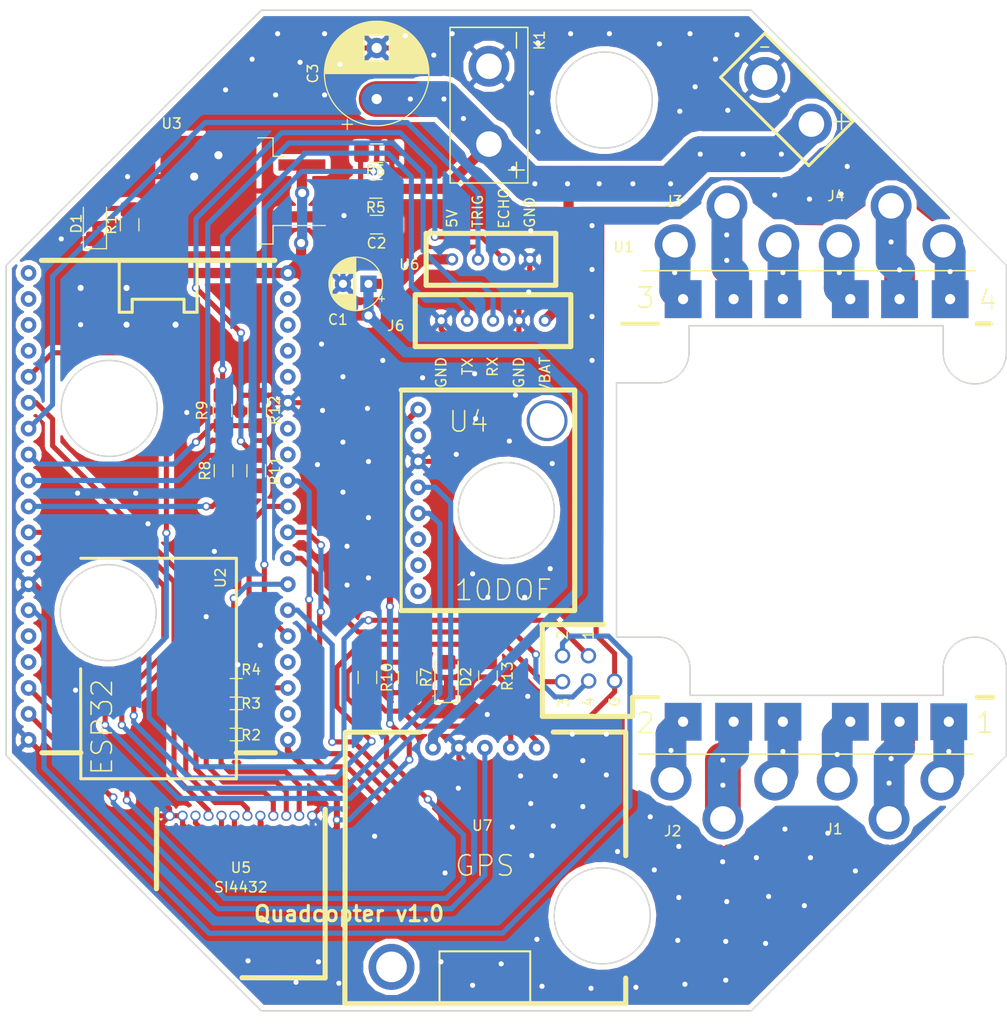
<source format=kicad_pcb>
(kicad_pcb (version 20171130) (host pcbnew "(5.0.2-5-10.14)")
  (layers (0 F.Cu signal) (31 B.Cu signal) (34 B.Paste user hide) (35 F.Paste user hide) (36 B.SilkS user hide) (37 F.SilkS user) (38 B.Mask user hide) (39 F.Mask user hide) (44 Edge.Cuts user))
  (net 0 "")
  (net 1 +5V)
  (net 2 GND)
  (net 3 +BATT)
  (net 4 "Net-(D1-Pad2)")
  (net 5 "Net-(D2-Pad2)")
  (net 6 "Net-(J1-Pad3)")
  (net 7 "Net-(J1-Pad2)")
  (net 8 "Net-(J1-Pad1)")
  (net 9 "Net-(J2-Pad1)")
  (net 10 "Net-(J2-Pad2)")
  (net 11 "Net-(J2-Pad3)")
  (net 12 "Net-(J3-Pad3)")
  (net 13 "Net-(J3-Pad2)")
  (net 14 "Net-(J3-Pad1)")
  (net 15 "Net-(J4-Pad1)")
  (net 16 "Net-(J4-Pad2)")
  (net 17 "Net-(J4-Pad3)")
  (net 18 +3V3)
  (net 19 GIMBAL_RX)
  (net 20 "Net-(J6-Pad4)")
  (net 21 "Net-(R2-Pad1)")
  (net 22 SI4432_GPIO)
  (net 23 "Net-(R3-Pad1)")
  (net 24 "Net-(R4-Pad1)")
  (net 25 MEAS_BATT)
  (net 26 GPS_TX)
  (net 27 HC-SR04_ECHO)
  (net 28 GIMBAL_TX)
  (net 29 "Net-(R10-Pad1)")
  (net 30 "Net-(R11-Pad1)")
  (net 31 "Net-(R13-Pad1)")
  (net 32 ESC_CMD1)
  (net 33 ESC_CMD2)
  (net 34 ESC_CMD3)
  (net 35 ESC_CMD4)
  (net 36 "Net-(U2-Pad4)")
  (net 37 ~SI4432_IRQ)
  (net 38 ~SI4432_SEL)
  (net 39 SCK)
  (net 40 SDO)
  (net 41 SDI)
  (net 42 "Net-(U2-Pad16)")
  (net 43 "Net-(U2-Pad17)")
  (net 44 "Net-(U2-Pad18)")
  (net 45 "Net-(U2-Pad20)")
  (net 46 "Net-(U2-Pad21)")
  (net 47 "Net-(U2-Pad22)")
  (net 48 HC-SR04_TRIG)
  (net 49 SDA)
  (net 50 SCL)
  (net 51 "Net-(U2-Pad34)")
  (net 52 "Net-(U2-Pad35)")
  (net 53 GPS_RX)
  (net 54 "Net-(U4-Pad2)")
  (net 55 "Net-(U4-Pad6)")
  (net 56 "Net-(U4-Pad7)")
  (net 57 "Net-(U4-Pad8)")
  (net 58 "Net-(U2-Pad12)")
  (net 59 "Net-(U2-Pad13)")
  (net 60 "Net-(U2-Pad15)")
  (net 61 "Net-(U2-Pad23)")
  (net 62 "Net-(U2-Pad2)")
  (module quadcopter:ESP32-VROOM-board (layer F.Cu) (at 39.9 73.6 90)
    (fp_text reference U2 (at -7 6.1 90) (layer F.SilkS))
    (fp_text value ESP-WROOM-32-board)
    (fp_text user ESP32 (at -21.6 -5.5 90) (layer F.SilkS) (effects (font (size 2 2))))
    (pad 1 thru_hole circle (at -22.86 12.7 90) (size 1.524 1.524) (drill 0.762) (layers *.Cu *.Mask) (net 18 +3V3))
    (pad 2 thru_hole circle (at -20.32 12.7 90) (size 1.524 1.524) (drill 0.762) (layers *.Cu *.Mask) (net 62 "Net-(U2-Pad2)"))
    (pad 3 thru_hole circle (at -17.78 12.7 90) (size 1.524 1.524) (drill 0.762) (layers *.Cu *.Mask) (net 22 SI4432_GPIO))
    (pad 4 thru_hole circle (at -15.24 12.7 90) (size 1.524 1.524) (drill 0.762) (layers *.Cu *.Mask) (net 36 "Net-(U2-Pad4)"))
    (pad 5 thru_hole circle (at -12.7 12.7 90) (size 1.524 1.524) (drill 0.762) (layers *.Cu *.Mask) (net 25 MEAS_BATT))
    (pad 6 thru_hole circle (at -10.16 12.7 90) (size 1.524 1.524) (drill 0.762) (layers *.Cu *.Mask) (net 37 ~SI4432_IRQ))
    (pad 7 thru_hole circle (at -7.62 12.7 90) (size 1.524 1.524) (drill 0.762) (layers *.Cu *.Mask) (net 38 ~SI4432_SEL))
    (pad 8 thru_hole circle (at -5.08 12.7 90) (size 1.524 1.524) (drill 0.762) (layers *.Cu *.Mask) (net 35 ESC_CMD4))
    (pad 9 thru_hole circle (at -2.54 12.7 90) (size 1.524 1.524) (drill 0.762) (layers *.Cu *.Mask) (net 39 SCK))
    (pad 10 thru_hole circle (at 0 12.7 90) (size 1.524 1.524) (drill 0.762) (layers *.Cu *.Mask) (net 40 SDO))
    (pad 11 thru_hole circle (at 2.54 12.7 90) (size 1.524 1.524) (drill 0.762) (layers *.Cu *.Mask) (net 41 SDI))
    (pad 12 thru_hole circle (at 5.08 12.7 90) (size 1.524 1.524) (drill 0.762) (layers *.Cu *.Mask) (net 58 "Net-(U2-Pad12)"))
    (pad 13 thru_hole circle (at 7.62 12.7 90) (size 1.524 1.524) (drill 0.762) (layers *.Cu *.Mask) (net 59 "Net-(U2-Pad13)"))
    (pad 14 thru_hole circle (at 10.16 12.7 90) (size 1.524 1.524) (drill 0.762) (layers *.Cu *.Mask) (net 2 GND))
    (pad 15 thru_hole circle (at 12.7 12.7 90) (size 1.524 1.524) (drill 0.762) (layers *.Cu *.Mask) (net 60 "Net-(U2-Pad15)"))
    (pad 16 thru_hole circle (at 15.24 12.7 90) (size 1.524 1.524) (drill 0.762) (layers *.Cu *.Mask) (net 42 "Net-(U2-Pad16)"))
    (pad 17 thru_hole circle (at 17.78 12.7 90) (size 1.524 1.524) (drill 0.762) (layers *.Cu *.Mask) (net 43 "Net-(U2-Pad17)"))
    (pad 18 thru_hole circle (at 20.32 12.7 90) (size 1.524 1.524) (drill 0.762) (layers *.Cu *.Mask) (net 44 "Net-(U2-Pad18)"))
    (pad 19 thru_hole circle (at 22.86 12.7 90) (size 1.524 1.524) (drill 0.762) (layers *.Cu *.Mask) (net 1 +5V))
    (pad 20 thru_hole circle (at 22.86 -12.7 90) (size 1.524 1.524) (drill 0.762) (layers *.Cu *.Mask) (net 45 "Net-(U2-Pad20)"))
    (pad 21 thru_hole circle (at 20.32 -12.7 90) (size 1.524 1.524) (drill 0.762) (layers *.Cu *.Mask) (net 46 "Net-(U2-Pad21)"))
    (pad 22 thru_hole circle (at 17.78 -12.7 90) (size 1.524 1.524) (drill 0.762) (layers *.Cu *.Mask) (net 47 "Net-(U2-Pad22)"))
    (pad 23 thru_hole circle (at 15.24 -12.7 90) (size 1.524 1.524) (drill 0.762) (layers *.Cu *.Mask) (net 61 "Net-(U2-Pad23)"))
    (pad 24 thru_hole circle (at 12.7 -12.7 90) (size 1.524 1.524) (drill 0.762) (layers *.Cu *.Mask) (net 32 ESC_CMD1))
    (pad 25 thru_hole circle (at 10.16 -12.7 90) (size 1.524 1.524) (drill 0.762) (layers *.Cu *.Mask) (net 34 ESC_CMD3))
    (pad 26 thru_hole circle (at 7.62 -12.7 90) (size 1.524 1.524) (drill 0.762) (layers *.Cu *.Mask) (net 48 HC-SR04_TRIG))
    (pad 27 thru_hole circle (at 5.08 -12.7 90) (size 1.524 1.524) (drill 0.762) (layers *.Cu *.Mask) (net 28 GIMBAL_TX))
    (pad 28 thru_hole circle (at 2.54 -12.7 90) (size 1.524 1.524) (drill 0.762) (layers *.Cu *.Mask) (net 19 GIMBAL_RX))
    (pad 29 thru_hole circle (at 0 -12.7 90) (size 1.524 1.524) (drill 0.762) (layers *.Cu *.Mask) (net 27 HC-SR04_ECHO))
    (pad 30 thru_hole circle (at -2.54 -12.7 90) (size 1.524 1.524) (drill 0.762) (layers *.Cu *.Mask) (net 49 SDA))
    (pad 31 thru_hole circle (at -5.08 -12.7 90) (size 1.524 1.524) (drill 0.762) (layers *.Cu *.Mask) (net 50 SCL))
    (pad 32 thru_hole circle (at -7.62 -12.7 90) (size 1.524 1.524) (drill 0.762) (layers *.Cu *.Mask) (net 2 GND))
    (pad 33 thru_hole circle (at -10.16 -12.7 90) (size 1.524 1.524) (drill 0.762) (layers *.Cu *.Mask) (net 33 ESC_CMD2))
    (pad 34 thru_hole circle (at -12.7 -12.7 90) (size 1.524 1.524) (drill 0.762) (layers *.Cu *.Mask) (net 51 "Net-(U2-Pad34)"))
    (pad 35 thru_hole circle (at -15.24 -12.7 90) (size 1.524 1.524) (drill 0.762) (layers *.Cu *.Mask) (net 52 "Net-(U2-Pad35)"))
    (pad 36 thru_hole circle (at -17.78 -12.7 90) (size 1.524 1.524) (drill 0.762) (layers *.Cu *.Mask) (net 26 GPS_TX))
    (pad 37 thru_hole circle (at -20.32 -12.7 90) (size 1.524 1.524) (drill 0.762) (layers *.Cu *.Mask) (net 53 GPS_RX))
    (pad 38 thru_hole circle (at -22.86 -12.7 90) (size 1.524 1.524) (drill 0.762) (layers *.Cu *.Mask) (net 2 GND))
  )
  (module quadcopter:GPS (layer F.Cu) (at 71.9 104.6 180)
    (fp_text reference U7 (at 0.254 -0.254 180) (layer F.SilkS))
    (fp_text value GPS)
    (fp_text user GPS (at 0 -4.191 180) (layer F.SilkS) (effects (font (size 2 2))))
    (pad "" thru_hole circle (at 9.144 -14.097 180) (size 4.5 4.5) (drill 3) (layers *.Cu *.Mask))
    (pad 1 thru_hole circle (at 5.08 7.366 180) (size 1.524 1.524) (drill 0.762) (layers *.Cu *.Mask) (net 1 +5V))
    (pad 4 thru_hole circle (at 2.54 7.366 180) (size 1.524 1.524) (drill 0.762) (layers *.Cu *.Mask) (net 2 GND))
    (pad 5 thru_hole circle (at -5.08 7.366 180) (size 1.524 1.524) (drill 0.762) (layers *.Cu *.Mask) (net 31 "Net-(R13-Pad1)"))
    (pad 2 thru_hole circle (at -2.54 7.366 180) (size 1.524 1.524) (drill 0.762) (layers *.Cu *.Mask) (net 29 "Net-(R10-Pad1)"))
    (pad 3 thru_hole circle (at 0 7.366 180) (size 1.524 1.524) (drill 0.762) (layers *.Cu *.Mask) (net 53 GPS_RX))
  )
  (module quadcopter:motor-connector (layer F.Cu) (at 111.5 101.67 180)
    (fp_text reference J1 (at 5.4 -3.53 180) (layer F.SilkS))
    (fp_text value CONN-MOTOR)
    (pad 3 thru_hole circle (at 5.08 1.27 180) (size 4 4) (drill 2.5) (layers *.Cu *.Mask) (net 6 "Net-(J1-Pad3)"))
    (pad 2 thru_hole circle (at 0 -2.54 180) (size 4 4) (drill 2.5) (layers *.Cu *.Mask) (net 7 "Net-(J1-Pad2)"))
    (pad 1 thru_hole circle (at -5.08 1.27 180) (size 4 4) (drill 2.5) (layers *.Cu *.Mask) (net 8 "Net-(J1-Pad1)"))
  )
  (module quadcopter:motor-connector (layer F.Cu) (at 95.22 101.67 180)
    (fp_text reference J2 (at 4.92 -3.73 180) (layer F.SilkS))
    (fp_text value CONN-MOTOR)
    (pad 3 thru_hole circle (at 5.08 1.27 180) (size 4 4) (drill 2.5) (layers *.Cu *.Mask) (net 11 "Net-(J2-Pad3)"))
    (pad 2 thru_hole circle (at 0 -2.54 180) (size 4 4) (drill 2.5) (layers *.Cu *.Mask) (net 10 "Net-(J2-Pad2)"))
    (pad 1 thru_hole circle (at -5.08 1.27 180) (size 4 4) (drill 2.5) (layers *.Cu *.Mask) (net 9 "Net-(J2-Pad1)"))
  )
  (module quadcopter:motor-connector (layer F.Cu) (at 95.62 46.7)
    (fp_text reference J3 (at -5.22 -3) (layer F.SilkS))
    (fp_text value CONN-MOTOR)
    (pad 3 thru_hole circle (at 5.08 1.27) (size 4 4) (drill 2.5) (layers *.Cu *.Mask) (net 12 "Net-(J3-Pad3)"))
    (pad 2 thru_hole circle (at 0 -2.54) (size 4 4) (drill 2.5) (layers *.Cu *.Mask) (net 13 "Net-(J3-Pad2)"))
    (pad 1 thru_hole circle (at -5.08 1.27) (size 4 4) (drill 2.5) (layers *.Cu *.Mask) (net 14 "Net-(J3-Pad1)"))
  )
  (module quadcopter:motor-connector (layer F.Cu) (at 111.7 46.7)
    (fp_text reference J4 (at -5.4 -3.5) (layer F.SilkS))
    (fp_text value CONN-MOTOR)
    (pad 3 thru_hole circle (at 5.08 1.27) (size 4 4) (drill 2.5) (layers *.Cu *.Mask) (net 17 "Net-(J4-Pad3)"))
    (pad 2 thru_hole circle (at 0 -2.54) (size 4 4) (drill 2.5) (layers *.Cu *.Mask) (net 16 "Net-(J4-Pad2)"))
    (pad 1 thru_hole circle (at -5.08 1.27) (size 4 4) (drill 2.5) (layers *.Cu *.Mask) (net 15 "Net-(J4-Pad1)"))
  )
  (module quadcopter:SI4432-board (layer F.Cu) (at 48 103.9 180)
    (fp_text reference U5 (at 0 -5.08 180) (layer F.SilkS))
    (fp_text value SI4432-board)
    (fp_text user SI4432 (at 0 -7 180) (layer F.SilkS))
    (pad 12 thru_hole circle (at 6.985 0 180) (size 1 1) (drill 0.7) (layers *.Cu *.Mask) (net 2 GND))
    (pad 11 thru_hole circle (at 5.715 0 180) (size 1 1) (drill 0.7) (layers *.Cu *.Mask) (net 2 GND))
    (pad 10 thru_hole circle (at 4.445 0 180) (size 1 1) (drill 0.7) (layers *.Cu *.Mask) (net 37 ~SI4432_IRQ))
    (pad 9 thru_hole circle (at 3.175 0 180) (size 1 1) (drill 0.7) (layers *.Cu *.Mask) (net 38 ~SI4432_SEL))
    (pad 8 thru_hole circle (at 1.905 0 180) (size 1 1) (drill 0.7) (layers *.Cu *.Mask) (net 39 SCK))
    (pad 7 thru_hole circle (at 0.635 0 180) (size 1 1) (drill 0.7) (layers *.Cu *.Mask) (net 41 SDI))
    (pad 6 thru_hole circle (at -0.635 0 180) (size 1 1) (drill 0.7) (layers *.Cu *.Mask) (net 40 SDO))
    (pad 5 thru_hole circle (at -1.905 0 180) (size 1 1) (drill 0.7) (layers *.Cu *.Mask) (net 18 +3V3))
    (pad 4 thru_hole circle (at -3.175 0 180) (size 1 1) (drill 0.7) (layers *.Cu *.Mask) (net 24 "Net-(R4-Pad1)"))
    (pad 3 thru_hole circle (at -4.445 0 180) (size 1 1) (drill 0.7) (layers *.Cu *.Mask) (net 23 "Net-(R3-Pad1)"))
    (pad 2 thru_hole circle (at -5.715 0 180) (size 1 1) (drill 0.7) (layers *.Cu *.Mask) (net 21 "Net-(R2-Pad1)"))
    (pad 1 thru_hole circle (at -6.985 0 180) (size 1 1) (drill 0.7) (layers *.Cu *.Mask) (net 2 GND))
  )
  (module quadcopter:ESC (layer F.Cu) (at 104.4 74)
    (fp_text reference U1 (at -18.9 -25.8) (layer F.SilkS))
    (fp_text value ESC)
    (fp_text user 4 (at 16.764 -20.574 180) (layer F.SilkS) (effects (font (size 2 2))))
    (fp_text user 3 (at -16.764 -20.828 180) (layer F.SilkS) (effects (font (size 2 2))))
    (fp_text user 2 (at -16.764 20.828 180) (layer F.SilkS) (effects (font (size 2 2))))
    (fp_text user 1 (at 16.5 20.8 180) (layer F.SilkS) (effects (font (size 2 2))))
    (fp_text user - (at -5.08 -45.466) (layer F.SilkS))
    (fp_text user + (at 2.286 -38.1 270) (layer F.SilkS) (effects (font (size 2 2))))
    (fp_text user 4 (at -22.329022 18.73091 270) (layer F.SilkS))
    (fp_text user 3 (at -24.754132 18.796 270) (layer F.SilkS))
    (fp_text user 2 (at -24.892 12.192 270) (layer F.SilkS))
    (fp_text user 1 (at -22.352 12.192 270) (layer F.SilkS))
    (fp_text user G (at -19.789022 18.73091 270) (layer F.SilkS))
    (pad 19 thru_hole circle (at -22.329022 16.69891 270) (size 1.5 1.5) (drill 1) (layers *.Cu *.Mask) (net 35 ESC_CMD4))
    (pad 18 thru_hole circle (at -24.892 16.764 270) (size 1.5 1.5) (drill 1) (layers *.Cu *.Mask) (net 34 ESC_CMD3))
    (pad 17 thru_hole circle (at -24.892 14.224 270) (size 1.5 1.5) (drill 1) (layers *.Cu *.Mask) (net 33 ESC_CMD2))
    (pad 16 thru_hole circle (at -22.352 14.224 270) (size 1.5 1.5) (drill 1) (layers *.Cu *.Mask) (net 32 ESC_CMD1))
    (pad 15 thru_hole circle (at -19.789022 16.69891 270) (size 1.5 1.5) (drill 1) (layers *.Cu *.Mask) (net 2 GND))
    (pad 2 thru_hole circle (at -5.08 -42.418 270) (size 4 4) (drill 2.5) (layers *.Cu *.Mask) (net 2 GND))
    (pad 1 thru_hole circle (at -0.508 -37.846 270) (size 4 4) (drill 2.5) (layers *.Cu *.Mask) (net 3 +BATT))
    (pad "" np_thru_hole circle (at 15.494 -15.494 180) (size 3.2 3.2) (drill 3.2) (layers *.Cu *.Mask))
    (pad "" np_thru_hole circle (at -15.494 -15.494 180) (size 3.2 3.2) (drill 3.2) (layers *.Cu *.Mask))
    (pad "" np_thru_hole circle (at -15.494 15.494 180) (size 3.2 3.2) (drill 3.2) (layers *.Cu *.Mask))
    (pad "" np_thru_hole circle (at 15.494 15.494 180) (size 3.2 3.2) (drill 3.2) (layers *.Cu *.Mask))
    (pad 14 thru_hole rect (at 13.081 -20.705 180) (size 3.6 3.7) (drill 1) (layers *.Cu *.Mask) (net 17 "Net-(J4-Pad3)"))
    (pad 13 thru_hole rect (at 8.128 -20.705 180) (size 3.6 3.7) (drill 1) (layers *.Cu *.Mask) (net 16 "Net-(J4-Pad2)"))
    (pad 12 thru_hole rect (at 3.302 -20.705 180) (size 3.6 3.7) (drill 1) (layers *.Cu *.Mask) (net 15 "Net-(J4-Pad1)"))
    (pad 11 thru_hole rect (at -3.302 -20.705 180) (size 3.6 3.7) (drill 1) (layers *.Cu *.Mask) (net 12 "Net-(J3-Pad3)"))
    (pad 10 thru_hole rect (at -8.128 -20.705 180) (size 3.6 3.7) (drill 1) (layers *.Cu *.Mask) (net 13 "Net-(J3-Pad2)"))
    (pad 9 thru_hole rect (at -13.081 -20.705 180) (size 3.6 3.7) (drill 1) (layers *.Cu *.Mask) (net 14 "Net-(J3-Pad1)"))
    (pad 8 thru_hole rect (at -13.081 20.685 180) (size 3.6 3.7) (drill 1) (layers *.Cu *.Mask) (net 11 "Net-(J2-Pad3)"))
    (pad 7 thru_hole rect (at -8.128 20.685 180) (size 3.6 3.7) (drill 1) (layers *.Cu *.Mask) (net 10 "Net-(J2-Pad2)"))
    (pad 6 thru_hole rect (at -3.302 20.685 180) (size 3.6 3.7) (drill 1) (layers *.Cu *.Mask) (net 9 "Net-(J2-Pad1)"))
    (pad 5 thru_hole rect (at 3.302 20.685 180) (size 3.6 3.7) (drill 1) (layers *.Cu *.Mask) (net 6 "Net-(J1-Pad3)"))
    (pad 4 thru_hole rect (at 8.128 20.685 180) (size 3.6 3.7) (drill 1) (layers *.Cu *.Mask) (net 7 "Net-(J1-Pad2)"))
    (pad 3 thru_hole rect (at 12.954 20.685 180) (size 3.6 3.6) (drill 1) (layers *.Cu *.Mask) (net 8 "Net-(J1-Pad1)"))
  )
  (module Capacitor_THT:CP_Radial_D10.0mm_P5.00mm (layer F.Cu) (at 61.3 33.7 90)
    (fp_text reference C3 (at 2.5 -6.25 90) (layer F.SilkS))
    (fp_text value 470u)
    (pad 2 thru_hole circle (at 5 0 90) (size 2 2) (drill 1) (layers *.Cu *.Mask) (net 2 GND))
    (pad 1 thru_hole rect (at 0 0 90) (size 2 2) (drill 1) (layers *.Cu *.Mask) (net 3 +BATT))
  )
  (module quadcopter:10DOF (layer F.Cu) (at 63.7 73 270)
    (fp_text reference U4 (at -7.7 -6.6) (layer F.SilkS) (effects (font (size 2 2))))
    (fp_text value 10DOF)
    (fp_text user 10DOF (at 8.8 -10) (layer F.SilkS) (effects (font (size 2 2))))
    (pad 1 thru_hole circle (at -8.89 -1.67 270) (size 1.524 1.524) (drill 0.762) (layers *.Cu *.Mask) (net 18 +3V3))
    (pad 2 thru_hole circle (at -6.35 -1.67 270) (size 1.524 1.524) (drill 0.762) (layers *.Cu *.Mask) (net 54 "Net-(U4-Pad2)"))
    (pad 3 thru_hole circle (at -3.81 -1.67 270) (size 1.524 1.524) (drill 0.762) (layers *.Cu *.Mask) (net 2 GND))
    (pad 4 thru_hole circle (at -1.27 -1.67 270) (size 1.524 1.524) (drill 0.762) (layers *.Cu *.Mask) (net 50 SCL))
    (pad 5 thru_hole circle (at 1.27 -1.67 270) (size 1.524 1.524) (drill 0.762) (layers *.Cu *.Mask) (net 49 SDA))
    (pad 6 thru_hole circle (at 3.81 -1.67 270) (size 1.524 1.524) (drill 0.762) (layers *.Cu *.Mask) (net 55 "Net-(U4-Pad6)"))
    (pad 7 thru_hole circle (at 6.35 -1.67 270) (size 1.524 1.524) (drill 0.762) (layers *.Cu *.Mask) (net 56 "Net-(U4-Pad7)"))
    (pad 8 thru_hole circle (at 8.89 -1.67 270) (size 1.524 1.524) (drill 0.762) (layers *.Cu *.Mask) (net 57 "Net-(U4-Pad8)"))
    (pad "" thru_hole circle (at -7.8 -14.3 270) (size 4 4) (drill 3.4) (layers *.Cu *.Mask))
  )
  (module quadcopter:GIMBAL (layer F.Cu) (at 72.7 55.4 180)
    (fp_text reference J6 (at 9.525 -0.508 180) (layer F.SilkS))
    (fp_text value GIMBAL)
    (fp_text user VBAT (at -5.09 -5.28 -90) (layer F.SilkS))
    (fp_text user GND (at -2.54 -5.08 -90) (layer F.SilkS))
    (fp_text user RX (at 0.04 -4.53 -90) (layer F.SilkS))
    (fp_text user TX (at 2.5 -4.49 -90) (layer F.SilkS))
    (fp_text user GND (at 5.08 -5.08 -90) (layer F.SilkS))
    (pad 1 thru_hole circle (at -5.08 0 180) (size 1.2 1.2) (drill 0.7) (layers *.Cu *.Mask) (net 3 +BATT))
    (pad 2 thru_hole circle (at -2.54 0 180) (size 1.2 1.2) (drill 0.7) (layers *.Cu *.Mask) (net 2 GND))
    (pad 3 thru_hole circle (at 0 0 180) (size 1.2 1.2) (drill 0.7) (layers *.Cu *.Mask) (net 19 GIMBAL_RX))
    (pad 4 thru_hole circle (at 2.54 0 180) (size 1.2 1.2) (drill 0.7) (layers *.Cu *.Mask) (net 20 "Net-(J6-Pad4)"))
    (pad 5 thru_hole circle (at 5.08 0 180) (size 1.2 1.2) (drill 0.7) (layers *.Cu *.Mask) (net 2 GND))
  )
  (module Capacitor_SMD:C_1206_3216Metric_Pad1.42x1.75mm_HandSolder (layer F.Cu) (at 61.2875 46 180)
    (fp_text reference C2 (at 0 -1.82 180) (layer F.SilkS))
    (fp_text value 470n)
    (pad 1 smd roundrect (at -1.4875 0 180) (size 1.425 1.75) (layers F.Cu F.Paste F.Mask) (roundrect_rratio 0.175439) (net 3 +BATT))
    (pad 2 smd roundrect (at 1.4875 0 180) (size 1.425 1.75) (layers F.Cu F.Paste F.Mask) (roundrect_rratio 0.175439) (net 2 GND))
  )
  (module LED_SMD:LED_1206_3216Metric_Pad1.42x1.75mm_HandSolder (layer F.Cu) (at 33.7 45.9 90)
    (fp_text reference D1 (at 0 -1.82 90) (layer F.SilkS))
    (fp_text value LED)
    (pad 2 smd roundrect (at 1.4875 0 90) (size 1.425 1.75) (layers F.Cu F.Paste F.Mask) (roundrect_rratio 0.175439) (net 4 "Net-(D1-Pad2)"))
    (pad 1 smd roundrect (at -1.4875 0 90) (size 1.425 1.75) (layers F.Cu F.Paste F.Mask) (roundrect_rratio 0.175439) (net 2 GND))
  )
  (module LED_SMD:LED_1206_3216Metric_Pad1.42x1.75mm_HandSolder (layer F.Cu) (at 68.142 90.3465 90)
    (fp_text reference D2 (at 0.0365 1.905 90) (layer F.SilkS))
    (fp_text value LED)
    (pad 1 smd roundrect (at -1.4875 0 90) (size 1.425 1.75) (layers F.Cu F.Paste F.Mask) (roundrect_rratio 0.175439) (net 2 GND))
    (pad 2 smd roundrect (at 1.4875 0 90) (size 1.425 1.75) (layers F.Cu F.Paste F.Mask) (roundrect_rratio 0.175439) (net 5 "Net-(D2-Pad2)"))
  )
  (module Resistor_SMD:R_1206_3216Metric_Pad1.42x1.75mm_HandSolder (layer F.Cu) (at 37.1 46.0125 90)
    (fp_text reference R1 (at 0 -1.82 90) (layer F.SilkS))
    (fp_text value 1k)
    (pad 1 smd roundrect (at -1.4875 0 90) (size 1.425 1.75) (layers F.Cu F.Paste F.Mask) (roundrect_rratio 0.175439) (net 1 +5V))
    (pad 2 smd roundrect (at 1.4875 0 90) (size 1.425 1.75) (layers F.Cu F.Paste F.Mask) (roundrect_rratio 0.175439) (net 4 "Net-(D1-Pad2)"))
  )
  (module Resistor_SMD:R_1206_3216Metric_Pad1.42x1.75mm_HandSolder (layer F.Cu) (at 47.5495 97.464)
    (fp_text reference R2 (at 1.4505 -1.464) (layer F.SilkS))
    (fp_text value 0)
    (pad 1 smd roundrect (at -1.4875 0) (size 1.425 1.75) (layers F.Cu F.Paste F.Mask) (roundrect_rratio 0.175439) (net 21 "Net-(R2-Pad1)"))
    (pad 2 smd roundrect (at 1.4875 0) (size 1.425 1.75) (layers F.Cu F.Paste F.Mask) (roundrect_rratio 0.175439) (net 22 SI4432_GPIO))
  )
  (module Resistor_SMD:R_1206_3216Metric_Pad1.42x1.75mm_HandSolder (layer F.Cu) (at 47.5495 94.416)
    (fp_text reference R3 (at 1.4505 -1.516) (layer F.SilkS))
    (fp_text value 0)
    (pad 1 smd roundrect (at -1.4875 0) (size 1.425 1.75) (layers F.Cu F.Paste F.Mask) (roundrect_rratio 0.175439) (net 23 "Net-(R3-Pad1)"))
    (pad 2 smd roundrect (at 1.4875 0) (size 1.425 1.75) (layers F.Cu F.Paste F.Mask) (roundrect_rratio 0.175439) (net 22 SI4432_GPIO))
  )
  (module Resistor_SMD:R_1206_3216Metric_Pad1.42x1.75mm_HandSolder (layer F.Cu) (at 47.5495 91.368)
    (fp_text reference R4 (at 1.4505 -1.768) (layer F.SilkS))
    (fp_text value 0)
    (pad 2 smd roundrect (at 1.4875 0) (size 1.425 1.75) (layers F.Cu F.Paste F.Mask) (roundrect_rratio 0.175439) (net 22 SI4432_GPIO))
    (pad 1 smd roundrect (at -1.4875 0) (size 1.425 1.75) (layers F.Cu F.Paste F.Mask) (roundrect_rratio 0.175439) (net 24 "Net-(R4-Pad1)"))
  )
  (module Resistor_SMD:R_1206_3216Metric_Pad1.42x1.75mm_HandSolder (layer F.Cu) (at 61.2125 42.5 180)
    (fp_text reference R5 (at 0 -1.82 180) (layer F.SilkS))
    (fp_text value 30k)
    (pad 1 smd roundrect (at -1.4875 0 180) (size 1.425 1.75) (layers F.Cu F.Paste F.Mask) (roundrect_rratio 0.175439) (net 3 +BATT))
    (pad 2 smd roundrect (at 1.4875 0 180) (size 1.425 1.75) (layers F.Cu F.Paste F.Mask) (roundrect_rratio 0.175439) (net 25 MEAS_BATT))
  )
  (module Resistor_SMD:R_1206_3216Metric_Pad1.42x1.75mm_HandSolder (layer F.Cu) (at 61.3 39)
    (fp_text reference R6 (at -0.1125 1.7) (layer F.SilkS))
    (fp_text value 10k)
    (pad 2 smd roundrect (at 1.4875 0) (size 1.425 1.75) (layers F.Cu F.Paste F.Mask) (roundrect_rratio 0.175439) (net 2 GND))
    (pad 1 smd roundrect (at -1.4875 0) (size 1.425 1.75) (layers F.Cu F.Paste F.Mask) (roundrect_rratio 0.175439) (net 25 MEAS_BATT))
  )
  (module Resistor_SMD:R_1206_3216Metric_Pad1.42x1.75mm_HandSolder (layer F.Cu) (at 64.332 90.3465 270)
    (fp_text reference R7 (at 0 -1.82 270) (layer F.SilkS))
    (fp_text value 20k)
    (pad 2 smd roundrect (at 1.4875 0 270) (size 1.425 1.75) (layers F.Cu F.Paste F.Mask) (roundrect_rratio 0.175439) (net 2 GND))
    (pad 1 smd roundrect (at -1.4875 0 270) (size 1.425 1.75) (layers F.Cu F.Paste F.Mask) (roundrect_rratio 0.175439) (net 26 GPS_TX))
  )
  (module Resistor_SMD:R_1206_3216Metric_Pad1.42x1.75mm_HandSolder (layer F.Cu) (at 46.3 70.1 90)
    (fp_text reference R8 (at 0 -1.82 90) (layer F.SilkS))
    (fp_text value 20k)
    (pad 1 smd roundrect (at -1.4875 0 90) (size 1.425 1.75) (layers F.Cu F.Paste F.Mask) (roundrect_rratio 0.175439) (net 27 HC-SR04_ECHO))
    (pad 2 smd roundrect (at 1.4875 0 90) (size 1.425 1.75) (layers F.Cu F.Paste F.Mask) (roundrect_rratio 0.175439) (net 2 GND))
  )
  (module Resistor_SMD:R_1206_3216Metric_Pad1.42x1.75mm_HandSolder (layer F.Cu) (at 49.6 64.2 90)
    (fp_text reference R9 (at 0 -5.4 90) (layer F.SilkS))
    (fp_text value 20k)
    (pad 1 smd roundrect (at -1.4875 0 90) (size 1.425 1.75) (layers F.Cu F.Paste F.Mask) (roundrect_rratio 0.175439) (net 28 GIMBAL_TX))
    (pad 2 smd roundrect (at 1.4875 0 90) (size 1.425 1.75) (layers F.Cu F.Paste F.Mask) (roundrect_rratio 0.175439) (net 2 GND))
  )
  (module Resistor_SMD:R_1206_3216Metric_Pad1.42x1.75mm_HandSolder (layer F.Cu) (at 60.395 90.3465 90)
    (fp_text reference R10 (at 0 1.905 90) (layer F.SilkS))
    (fp_text value 10k)
    (pad 1 smd roundrect (at -1.4875 0 90) (size 1.425 1.75) (layers F.Cu F.Paste F.Mask) (roundrect_rratio 0.175439) (net 29 "Net-(R10-Pad1)"))
    (pad 2 smd roundrect (at 1.4875 0 90) (size 1.425 1.75) (layers F.Cu F.Paste F.Mask) (roundrect_rratio 0.175439) (net 26 GPS_TX))
  )
  (module Resistor_SMD:R_1206_3216Metric_Pad1.42x1.75mm_HandSolder (layer F.Cu) (at 49.5 70.1 270)
    (fp_text reference R11 (at 0 -1.82 270) (layer F.SilkS))
    (fp_text value 10k)
    (pad 2 smd roundrect (at 1.4875 0 270) (size 1.425 1.75) (layers F.Cu F.Paste F.Mask) (roundrect_rratio 0.175439) (net 27 HC-SR04_ECHO))
    (pad 1 smd roundrect (at -1.4875 0 270) (size 1.425 1.75) (layers F.Cu F.Paste F.Mask) (roundrect_rratio 0.175439) (net 30 "Net-(R11-Pad1)"))
  )
  (module Resistor_SMD:R_1206_3216Metric_Pad1.42x1.75mm_HandSolder (layer F.Cu) (at 46.2 64.2 270)
    (fp_text reference R12 (at 0 -5.1 270) (layer F.SilkS))
    (fp_text value 10k)
    (pad 2 smd roundrect (at 1.4875 0 270) (size 1.425 1.75) (layers F.Cu F.Paste F.Mask) (roundrect_rratio 0.175439) (net 28 GIMBAL_TX))
    (pad 1 smd roundrect (at -1.4875 0 270) (size 1.425 1.75) (layers F.Cu F.Paste F.Mask) (roundrect_rratio 0.175439) (net 20 "Net-(J6-Pad4)"))
  )
  (module Resistor_SMD:R_1206_3216Metric_Pad1.42x1.75mm_HandSolder (layer F.Cu) (at 72.206 90.31 90)
    (fp_text reference R13 (at 0.0905 1.905 90) (layer F.SilkS))
    (fp_text value 1k)
    (pad 2 smd roundrect (at 1.4875 0 90) (size 1.425 1.75) (layers F.Cu F.Paste F.Mask) (roundrect_rratio 0.175439) (net 5 "Net-(D2-Pad2)"))
    (pad 1 smd roundrect (at -1.4875 0 90) (size 1.425 1.75) (layers F.Cu F.Paste F.Mask) (roundrect_rratio 0.175439) (net 31 "Net-(R13-Pad1)"))
  )
  (module Package_TO_SOT_SMD:TO-263-2 (layer F.Cu) (at 48.2 42.7 180)
    (fp_text reference U3 (at 6.985 6.604 180) (layer F.SilkS))
    (fp_text value LM2936-5.0)
    (pad 1 smd rect (at -5.775 -2.54 180) (size 4.6 1.1) (layers F.Cu F.Paste F.Mask) (net 3 +BATT))
    (pad 3 smd rect (at -5.775 2.54 180) (size 4.6 1.1) (layers F.Cu F.Paste F.Mask) (net 1 +5V))
    (pad 2 smd rect (at 3.375 0 180) (size 9.4 10.8) (layers F.Cu F.Mask) (net 2 GND))
  )
  (module quadcopter:HC-SR04 (layer F.Cu) (at 72.5 49.4)
    (fp_text reference U6 (at -8.001 0.508) (layer F.SilkS))
    (fp_text value HC-SR04)
    (fp_text user 5V (at -3.81 -4 90) (layer F.SilkS))
    (fp_text user TRIG (at -1.3 -4.7 90) (layer F.SilkS))
    (fp_text user ECHO (at 1.27 -5 90) (layer F.SilkS))
    (fp_text user GND (at 3.8 -4.6 90) (layer F.SilkS))
    (pad 1 thru_hole circle (at -3.81 0) (size 1.2 1.2) (drill 0.7) (layers *.Cu *.Mask) (net 1 +5V))
    (pad 2 thru_hole circle (at -1.27 0) (size 1.2 1.2) (drill 0.7) (layers *.Cu *.Mask) (net 48 HC-SR04_TRIG))
    (pad 3 thru_hole circle (at 1.27 0) (size 1.2 1.2) (drill 0.7) (layers *.Cu *.Mask) (net 30 "Net-(R11-Pad1)"))
    (pad 4 thru_hole circle (at 3.81 0) (size 1.2 1.2) (drill 0.7) (layers *.Cu *.Mask) (net 2 GND))
  )
  (module quadcopter:battery-connector (layer F.Cu) (at 72.3 34.3 270)
    (fp_text reference K1 (at -6.35 -4.953 270) (layer F.SilkS))
    (fp_text value BATTERY)
    (fp_text user + (at 6.35 -2.54 270) (layer F.SilkS) (effects (font (size 2 2))))
    (fp_text user - (at -6.35 -2.54 270) (layer F.SilkS) (effects (font (size 2 2))))
    (pad 1 thru_hole circle (at 3.81 0 270) (size 4 4) (drill 2.5) (layers *.Cu *.Mask) (net 3 +BATT))
    (pad 2 thru_hole circle (at -3.81 0 270) (size 4 4) (drill 2.5) (layers *.Cu *.Mask) (net 2 GND))
  )
  (module Capacitor_THT:CP_Radial_D5.0mm_P2.50mm (layer F.Cu) (at 60.5 51.8 180)
    (fp_text reference C1 (at 3 -3.5 180) (layer F.SilkS))
    (fp_text value 22u)
    (pad 1 thru_hole rect (at 0 0 180) (size 1.6 1.6) (drill 0.8) (layers *.Cu *.Mask) (net 1 +5V))
    (pad 2 thru_hole circle (at 2.5 0 180) (size 1.6 1.6) (drill 0.8) (layers *.Cu *.Mask) (net 2 GND))
  )
  (gr_line (start 123 89.6) (end 123 90.2) (layer Edge.Cuts) (width 0.15))
  (gr_text "Quadcopter v1.0" (at 58.6 113.5) (layer F.SilkS) (effects (font (size 1.5 1.5) (thickness 0.3))))
  (gr_circle (center 83.6 33.8) (end 88.3 33.8) (layer Edge.Cuts) (width 0.15))
  (gr_circle (center 83.4 113.7) (end 88.1 113.7) (layer Edge.Cuts) (width 0.15))
  (gr_circle (center 35 84) (end 39.7 84) (layer Edge.Cuts) (width 0.15))
  (gr_circle (center 35.1 64) (end 39.8 64) (layer Edge.Cuts) (width 0.15))
  (gr_circle (center 74 74) (end 78.7 74) (layer Edge.Cuts) (width 0.15))
  (gr_line (start 60.6 84.7) (end 60.5 84.6) (layer B.SilkS) (width 0.2))
  (gr_line (start 116.8 89.4) (end 116.8 92.1) (layer Edge.Cuts) (width 0.15))
  (gr_arc (start 119.9 89.5) (end 123 89.6) (angle -179.8021886) (layer Edge.Cuts) (width 0.15))
  (gr_line (start 92 92.1) (end 116.8 92.1) (layer Edge.Cuts) (width 0.15))
  (gr_line (start 92 89.5) (end 92 92.1) (layer Edge.Cuts) (width 0.15))
  (gr_arc (start 88.9 89.5) (end 92 89.5) (angle -88.15238973) (layer Edge.Cuts) (width 0.15))
  (gr_line (start 89 86.4) (end 84.8 86.4) (layer Edge.Cuts) (width 0.15))
  (gr_line (start 123 98) (end 123 90.2) (layer Edge.Cuts) (width 0.15))
  (gr_line (start 84.8 61.5) (end 84.8 86.4) (layer Edge.Cuts) (width 0.15))
  (gr_line (start 88.8 61.5) (end 84.8 61.5) (layer Edge.Cuts) (width 0.15))
  (gr_arc (start 88.9 58.5) (end 88.8 61.5) (angle -91.90915243) (layer Edge.Cuts) (width 0.15))
  (gr_line (start 91.9 55.9) (end 91.9 58.5) (layer Edge.Cuts) (width 0.15))
  (gr_line (start 116.8 55.9) (end 91.9 55.9) (layer Edge.Cuts) (width 0.15))
  (gr_line (start 116.8 58.4) (end 116.8 55.9) (layer Edge.Cuts) (width 0.15))
  (gr_arc (start 119.9 58.5) (end 116.8 58.4) (angle -180) (layer Edge.Cuts) (width 0.15))
  (gr_line (start 98 123) (end 123 98) (layer Edge.Cuts) (width 0.15))
  (gr_line (start 25 98) (end 50 123) (layer Edge.Cuts) (width 0.15))
  (gr_line (start 98 25) (end 123 50) (layer Edge.Cuts) (width 0.15))
  (gr_line (start 25 50) (end 50 25) (layer Edge.Cuts) (width 0.15))
  (gr_line (start 123 58.6) (end 123 50) (layer Edge.Cuts) (width 0.15))
  (gr_line (start 50 123) (end 98 123) (layer Edge.Cuts) (width 0.15))
  (gr_line (start 25 50) (end 25 98) (layer Edge.Cuts) (width 0.15))
  (gr_line (start 50 25) (end 98 25) (layer Edge.Cuts) (width 0.15))
  (segment (start 37.1 47.5) (end 40.34 50.74) (width 1) (layer F.Cu) (net 1))
  (segment (start 68.69 49.4) (end 65.8 49.4) (width 1) (layer F.Cu) (net 1))
  (segment (start 63.4 51.8) (end 60.5 51.8) (width 1) (layer F.Cu) (net 1))
  (segment (start 65.8 49.4) (end 63.4 51.8) (width 1) (layer F.Cu) (net 1))
  (segment (start 53.975 40.16) (end 55.26 40.16) (width 1) (layer F.Cu) (net 1))
  (segment (start 60.5 54.9) (end 60.5 51.8) (width 1) (layer B.Cu) (net 1))
  (segment (start 76.7 58.5) (end 64.1 58.5) (width 1) (layer B.Cu) (net 1))
  (segment (start 66.82 96.107998) (end 81.000001 81.927997) (width 1) (layer B.Cu) (net 1))
  (segment (start 66.82 97.234) (end 66.82 96.107998) (width 1) (layer B.Cu) (net 1))
  (segment (start 81.000001 81.927997) (end 81.000001 62.800001) (width 1) (layer B.Cu) (net 1))
  (segment (start 81.000001 62.800001) (end 76.7 58.5) (width 1) (layer B.Cu) (net 1))
  (segment (start 64.1 58.5) (end 60.5 54.9) (width 1) (layer B.Cu) (net 1))
  (segment (start 53.67763 50.74) (end 53.73763 50.8) (width 1) (layer F.Cu) (net 1))
  (segment (start 52.6 50.74) (end 53.67763 50.74) (width 1) (layer F.Cu) (net 1))
  (segment (start 53.73763 50.8) (end 53.8 50.8) (width 1) (layer F.Cu) (net 1))
  (via (at 60.5 54.9) (size 1.4) (drill 0.8) (layers F.Cu B.Cu) (net 1))
  (segment (start 53.8 50.8) (end 57.9 54.9) (width 1) (layer F.Cu) (net 1))
  (segment (start 57.9 54.9) (end 60.5 54.9) (width 1) (layer F.Cu) (net 1))
  (segment (start 40.34 50.74) (end 52.6 50.74) (width 1) (layer F.Cu) (net 1))
  (segment (start 53.975 40.16) (end 53.975 40.925) (width 1) (layer F.Cu) (net 1))
  (segment (start 53.975 40.925) (end 53.9 41) (width 1) (layer F.Cu) (net 1))
  (via (at 53.9 47.8) (size 1.4) (drill 0.8) (layers F.Cu B.Cu) (net 1))
  (segment (start 53.9 49.44) (end 52.6 50.74) (width 1) (layer F.Cu) (net 1))
  (segment (start 53.9 47.8) (end 53.9 49.44) (width 1) (layer F.Cu) (net 1))
  (via (at 54 42.9) (size 1.4) (drill 0.8) (layers F.Cu B.Cu) (net 1))
  (segment (start 53.975 40.925) (end 53.975 42.875) (width 1) (layer F.Cu) (net 1))
  (segment (start 53.975 42.875) (end 54 42.9) (width 1) (layer F.Cu) (net 1))
  (segment (start 54 47.7) (end 53.9 47.8) (width 1) (layer B.Cu) (net 1))
  (segment (start 54 42.9) (end 54 47.7) (width 1) (layer B.Cu) (net 1))
  (via (at 45.8 39.2) (size 1.2) (drill 0.8) (layers F.Cu B.Cu) (net 2))
  (segment (start 99.32 31.582) (end 95.038 27.3) (width 0.5) (layer F.Cu) (net 2))
  (segment (start 75.49 27.3) (end 72.3 30.49) (width 0.5) (layer F.Cu) (net 2))
  (segment (start 95.038 27.3) (end 92 27.3) (width 0.5) (layer F.Cu) (net 2))
  (segment (start 70.51 28.7) (end 72.3 30.49) (width 0.5) (layer F.Cu) (net 2))
  (segment (start 61.3 28.7) (end 70.51 28.7) (width 0.5) (layer F.Cu) (net 2))
  (segment (start 61.3 28.7) (end 52 28.7) (width 0.5) (layer F.Cu) (net 2))
  (segment (start 44.825 35.875) (end 44.825 42.7) (width 0.5) (layer F.Cu) (net 2))
  (segment (start 68.142 91.834) (end 64.332 91.834) (width 0.5) (layer F.Cu) (net 2))
  (segment (start 34.64 103.9) (end 41.015 103.9) (width 0.5) (layer F.Cu) (net 2))
  (segment (start 27.2 96.46) (end 34.64 103.9) (width 0.5) (layer F.Cu) (net 2))
  (segment (start 41.015 103.9) (end 42.285 103.9) (width 0.5) (layer F.Cu) (net 2))
  (segment (start 84.610978 91.75957) (end 80.470548 95.9) (width 0.5) (layer F.Cu) (net 2))
  (segment (start 84.610978 90.69891) (end 84.610978 91.75957) (width 0.5) (layer F.Cu) (net 2))
  (segment (start 80 96.370548) (end 80 98.8) (width 0.5) (layer F.Cu) (net 2))
  (segment (start 80 98.8) (end 78.8 100) (width 0.5) (layer F.Cu) (net 2))
  (segment (start 78.8 100) (end 75.4 100) (width 0.5) (layer F.Cu) (net 2))
  (segment (start 75.24 55.4) (end 75.24 53.36) (width 0.5) (layer F.Cu) (net 2))
  (segment (start 76.31 50.248528) (end 76.3 50.258528) (width 0.5) (layer F.Cu) (net 2))
  (segment (start 76.31 49.4) (end 76.31 50.248528) (width 0.5) (layer F.Cu) (net 2))
  (segment (start 76.3 50.258528) (end 76.3 52) (width 0.5) (layer F.Cu) (net 2))
  (segment (start 75.24 53.06) (end 75.24 53.36) (width 0.5) (layer F.Cu) (net 2))
  (segment (start 76.3 52) (end 75.24 53.06) (width 0.5) (layer F.Cu) (net 2))
  (segment (start 27.2 81.22) (end 27.82 81.22) (width 0.5) (layer F.Cu) (net 2))
  (segment (start 27.82 81.22) (end 28.9 82.3) (width 0.5) (layer F.Cu) (net 2))
  (segment (start 41.015 103.192894) (end 41.015 103.9) (width 0.5) (layer F.Cu) (net 2))
  (segment (start 29.48788 91.665774) (end 41.015 103.192894) (width 0.5) (layer F.Cu) (net 2))
  (segment (start 29.48788 91.665774) (end 29.465774 91.665774) (width 0.5) (layer F.Cu) (net 2))
  (segment (start 29.465774 91.665774) (end 28.9 91.1) (width 0.5) (layer F.Cu) (net 2))
  (segment (start 28.9 91.1) (end 28.9 82.3) (width 0.5) (layer F.Cu) (net 2))
  (segment (start 62.7875 39) (end 62.7875 37.7875) (width 0.5) (layer F.Cu) (net 2))
  (segment (start 62.7875 37.7875) (end 61.70001 36.70001) (width 0.5) (layer F.Cu) (net 2))
  (segment (start 54.80001 36.70001) (end 51.4 33.3) (width 0.5) (layer F.Cu) (net 2))
  (segment (start 52 28.7) (end 49.4 31.3) (width 0.5) (layer F.Cu) (net 2))
  (segment (start 49.4 31.3) (end 44.825 35.875) (width 0.5) (layer F.Cu) (net 2))
  (via (at 30.4 47.4) (size 0.8) (drill 0.5) (layers F.Cu B.Cu) (net 2))
  (segment (start 33.7 47.3875) (end 30.4125 47.3875) (width 0.5) (layer F.Cu) (net 2))
  (segment (start 30.4125 47.3875) (end 30.4 47.4) (width 0.5) (layer F.Cu) (net 2))
  (segment (start 30.4 47.4) (end 30.4 45.76674) (width 0.5) (layer B.Cu) (net 2))
  (via (at 36.9 41.3) (size 0.8) (drill 0.5) (layers F.Cu B.Cu) (net 2))
  (segment (start 30.4 45.76674) (end 34.86674 41.3) (width 0.5) (layer B.Cu) (net 2))
  (segment (start 34.86674 41.3) (end 36.9 41.3) (width 0.5) (layer B.Cu) (net 2))
  (segment (start 43.425 41.3) (end 43.425 41.3) (width 0.5) (layer F.Cu) (net 2))
  (segment (start 36.9 41.3) (end 43.425 41.3) (width 0.5) (layer F.Cu) (net 2))
  (segment (start 65.37 69.19) (end 68.41 69.19) (width 0.5) (layer F.Cu) (net 2))
  (segment (start 68.41 69.19) (end 69.1 68.5) (width 0.5) (layer F.Cu) (net 2))
  (segment (start 69.271472 57.9) (end 75.24 57.9) (width 0.5) (layer F.Cu) (net 2))
  (segment (start 67.62 55.4) (end 67.62 56.248528) (width 0.5) (layer F.Cu) (net 2))
  (segment (start 67.62 56.248528) (end 69.271472 57.9) (width 0.5) (layer F.Cu) (net 2))
  (segment (start 75.24 62.36) (end 75.24 57.9) (width 0.5) (layer F.Cu) (net 2))
  (segment (start 75.24 57.9) (end 75.24 55.4) (width 0.5) (layer F.Cu) (net 2))
  (segment (start 58.9875 46) (end 58.1 45.1125) (width 0.5) (layer F.Cu) (net 2))
  (segment (start 59.8 46) (end 58.9875 46) (width 0.5) (layer F.Cu) (net 2))
  (segment (start 58.1 45.1125) (end 58.1 36.70001) (width 0.5) (layer F.Cu) (net 2))
  (segment (start 61.70001 36.70001) (end 58.1 36.70001) (width 0.5) (layer F.Cu) (net 2))
  (segment (start 58.1 36.70001) (end 54.80001 36.70001) (width 0.5) (layer F.Cu) (net 2))
  (segment (start 42.285 104.751332) (end 46.333697 108.80003) (width 0.5) (layer F.Cu) (net 2))
  (segment (start 42.285 103.9) (end 42.285 104.751332) (width 0.5) (layer F.Cu) (net 2))
  (segment (start 54.985 104.607106) (end 55 104.622106) (width 0.5) (layer B.Cu) (net 2))
  (segment (start 54.985 103.9) (end 54.985 104.607106) (width 0.5) (layer B.Cu) (net 2))
  (segment (start 49.6 62.7125) (end 50.7125 62.7125) (width 0.5) (layer F.Cu) (net 2))
  (segment (start 51.44 63.44) (end 52.6 63.44) (width 0.5) (layer F.Cu) (net 2))
  (segment (start 50.7125 62.7125) (end 51.44 63.44) (width 0.5) (layer F.Cu) (net 2))
  (segment (start 45.325 68.6125) (end 45.3125 68.6) (width 0.5) (layer F.Cu) (net 2))
  (segment (start 46.3 68.6125) (end 45.325 68.6125) (width 0.5) (layer F.Cu) (net 2))
  (segment (start 42.8 68.6) (end 41.70001 67.50001) (width 0.5) (layer F.Cu) (net 2))
  (segment (start 45.3125 68.6) (end 42.8 68.6) (width 0.5) (layer F.Cu) (net 2))
  (segment (start 41.70001 67.50001) (end 41.70001 60.69999) (width 0.5) (layer F.Cu) (net 2))
  (segment (start 41.70001 60.69999) (end 43.9 58.5) (width 0.5) (layer F.Cu) (net 2))
  (segment (start 43.9 58.5) (end 48.4 58.5) (width 0.5) (layer F.Cu) (net 2))
  (segment (start 48.4 58.5) (end 49.6 59.7) (width 0.5) (layer F.Cu) (net 2))
  (segment (start 49.6 59.7) (end 49.6 62.7125) (width 0.5) (layer F.Cu) (net 2))
  (segment (start 67.020001 54.800001) (end 67.62 55.4) (width 0.5) (layer F.Cu) (net 2))
  (segment (start 59.199997 53.449999) (end 65.669999 53.449999) (width 0.5) (layer F.Cu) (net 2))
  (segment (start 65.669999 53.449999) (end 67.020001 54.800001) (width 0.5) (layer F.Cu) (net 2))
  (segment (start 58.799999 52.599999) (end 58.799999 53.050001) (width 0.5) (layer F.Cu) (net 2))
  (segment (start 58.799999 53.050001) (end 59.199997 53.449999) (width 0.5) (layer F.Cu) (net 2))
  (segment (start 58 51.8) (end 58.799999 52.599999) (width 0.5) (layer F.Cu) (net 2))
  (via (at 58.1 45.1125) (size 0.8) (drill 0.5) (layers F.Cu B.Cu) (net 2))
  (segment (start 58 51.8) (end 58 45.2125) (width 0.5) (layer B.Cu) (net 2))
  (segment (start 58 45.2125) (end 58.1 45.1125) (width 0.5) (layer B.Cu) (net 2))
  (segment (start 59.58 63.44) (end 67.62 55.4) (width 0.5) (layer F.Cu) (net 2))
  (segment (start 52.6 63.44) (end 59.58 63.44) (width 0.5) (layer F.Cu) (net 2))
  (segment (start 46.333697 108.80003) (end 46.333697 108.833697) (width 0.5) (layer F.Cu) (net 2))
  (segment (start 46.333697 108.833697) (end 48.4 110.9) (width 0.5) (layer F.Cu) (net 2))
  (segment (start 64.5 110.9) (end 66.8 108.6) (width 0.5) (layer F.Cu) (net 2))
  (segment (start 66.59997 108.80003) (end 66.8 108.6) (width 0.5) (layer F.Cu) (net 2))
  (segment (start 48.4 110.9) (end 64.5 110.9) (width 0.5) (layer F.Cu) (net 2))
  (segment (start 54.985 104.607106) (end 54.985 106.385) (width 0.5) (layer B.Cu) (net 2))
  (via (at 68 109.5) (size 0.8) (drill 0.5) (layers F.Cu B.Cu) (net 2))
  (segment (start 56.763173 108.163173) (end 67.363173 108.163173) (width 0.5) (layer B.Cu) (net 2))
  (segment (start 54.985 106.385) (end 56.763173 108.163173) (width 0.5) (layer B.Cu) (net 2))
  (segment (start 82.8 62) (end 78.7 57.9) (width 0.5) (layer F.Cu) (net 2))
  (segment (start 78.7 57.9) (end 75.24 57.9) (width 0.5) (layer F.Cu) (net 2))
  (segment (start 84.610978 90.69891) (end 84.610978 88.010978) (width 0.5) (layer F.Cu) (net 2))
  (segment (start 82.8 86.2) (end 82.8 62) (width 0.5) (layer F.Cu) (net 2))
  (segment (start 84.610978 88.010978) (end 82.8 86.2) (width 0.5) (layer F.Cu) (net 2))
  (via (at 58 72.2) (size 0.8) (drill 0.5) (layers F.Cu B.Cu) (net 2))
  (via (at 58 67.3) (size 0.8) (drill 0.5) (layers F.Cu B.Cu) (net 2))
  (via (at 58 60.9) (size 0.8) (drill 0.5) (layers F.Cu B.Cu) (net 2))
  (via (at 53.8 30.1) (size 0.8) (drill 0.5) (layers F.Cu B.Cu) (net 2))
  (via (at 77.1 28.2) (size 0.8) (drill 0.5) (layers F.Cu B.Cu) (net 2))
  (segment (start 92 27.3) (end 84.1 27.3) (width 0.5) (layer F.Cu) (net 2))
  (via (at 92 27.3) (size 0.8) (drill 0.5) (layers F.Cu B.Cu) (net 2))
  (via (at 92.5 32.5) (size 0.8) (drill 0.5) (layers F.Cu B.Cu) (net 2))
  (via (at 107.4 40.3) (size 0.8) (drill 0.5) (layers F.Cu B.Cu) (net 2))
  (via (at 103.7 43.5) (size 0.8) (drill 0.5) (layers F.Cu B.Cu) (net 2))
  (via (at 82.4 46.1) (size 0.8) (drill 0.5) (layers F.Cu B.Cu) (net 2))
  (via (at 82.4 50.4) (size 0.8) (drill 0.5) (layers F.Cu B.Cu) (net 2))
  (via (at 82.4 55) (size 0.8) (drill 0.5) (layers F.Cu B.Cu) (net 2))
  (via (at 82.4 59.3) (size 0.8) (drill 0.5) (layers F.Cu B.Cu) (net 2))
  (via (at 70.9 60.6) (size 0.8) (drill 0.5) (layers F.Cu B.Cu) (net 2))
  (via (at 71 65) (size 0.8) (drill 0.5) (layers F.Cu B.Cu) (net 2))
  (via (at 45.4 78) (size 0.8) (drill 0.5) (layers F.Cu B.Cu) (net 2))
  (via (at 31.8 91.6) (size 0.8) (drill 0.5) (layers F.Cu B.Cu) (net 2))
  (via (at 53.4 120.2) (size 0.8) (drill 0.5) (layers F.Cu B.Cu) (net 2))
  (via (at 57.6 120.3) (size 0.8) (drill 0.5) (layers F.Cu B.Cu) (net 2))
  (via (at 76.4 102.7) (size 0.8) (drill 0.5) (layers F.Cu B.Cu) (net 2))
  (via (at 81.5 103) (size 0.8) (drill 0.5) (layers F.Cu B.Cu) (net 2))
  (via (at 76.5 107.8) (size 0.8) (drill 0.5) (layers F.Cu B.Cu) (net 2))
  (via (at 81.5 98.5) (size 0.8) (drill 0.5) (layers F.Cu B.Cu) (net 2))
  (via (at 90.9 106.9) (size 0.8) (drill 0.5) (layers F.Cu B.Cu) (net 2))
  (via (at 103.8 108) (size 0.8) (drill 0.5) (layers F.Cu B.Cu) (net 2))
  (via (at 95.6 112.3) (size 0.8) (drill 0.5) (layers F.Cu B.Cu) (net 2))
  (via (at 103.2 112.7) (size 0.8) (drill 0.5) (layers F.Cu B.Cu) (net 2))
  (via (at 95.5 120) (size 0.8) (drill 0.5) (layers F.Cu B.Cu) (net 2))
  (via (at 90.8 116.1) (size 0.8) (drill 0.5) (layers F.Cu B.Cu) (net 2))
  (via (at 70.7 120.5) (size 0.8) (drill 0.5) (layers F.Cu B.Cu) (net 2))
  (via (at 77.5 120.6) (size 0.8) (drill 0.5) (layers F.Cu B.Cu) (net 2))
  (via (at 86.7 120.7) (size 0.8) (drill 0.5) (layers F.Cu B.Cu) (net 2))
  (via (at 99.4 116.4) (size 0.8) (drill 0.5) (layers F.Cu B.Cu) (net 2))
  (via (at 72.2 82.5) (size 0.8) (drill 0.5) (layers F.Cu B.Cu) (net 2))
  (via (at 75.8 82.5) (size 0.8) (drill 0.5) (layers F.Cu B.Cu) (net 2))
  (via (at 32.3 52.2) (size 1.2) (drill 0.6) (layers F.Cu B.Cu) (net 2))
  (via (at 36.8 52.2) (size 1.2) (drill 0.6) (layers F.Cu B.Cu) (net 2))
  (via (at 32.3 55.8) (size 1.2) (drill 0.5) (layers F.Cu B.Cu) (net 2))
  (via (at 36.8 55.8) (size 1.2) (drill 0.6) (layers F.Cu B.Cu) (net 2))
  (via (at 41.6 55.8) (size 1.2) (drill 0.6) (layers F.Cu B.Cu) (net 2))
  (segment (start 43.425 41.3) (end 44.825 42.7) (width 0.5) (layer F.Cu) (net 2))
  (via (at 43.425 41.3) (size 1.2) (drill 0.8) (layers F.Cu B.Cu) (net 2))
  (via (at 60.4 64) (size 0.8) (drill 0.5) (layers F.Cu B.Cu) (net 2))
  (via (at 56 64.2) (size 0.8) (drill 0.5) (layers F.Cu B.Cu) (net 2))
  (via (at 55.9 57.7) (size 0.8) (drill 0.5) (layers F.Cu B.Cu) (net 2))
  (via (at 61.9 59.3) (size 0.8) (drill 0.5) (layers F.Cu B.Cu) (net 2))
  (via (at 65.8 61) (size 0.8) (drill 0.5) (layers F.Cu B.Cu) (net 2))
  (segment (start 74.9 62.7) (end 75.24 62.36) (width 0.5) (layer F.Cu) (net 2))
  (via (at 74.9 62.7) (size 0.8) (drill 0.5) (layers F.Cu B.Cu) (net 2))
  (via (at 89 28.3) (size 0.8) (drill 0.5) (layers F.Cu B.Cu) (net 2))
  (segment (start 84.1 27.3) (end 80.3 27.3) (width 0.5) (layer F.Cu) (net 2))
  (via (at 84.1 27.3) (size 0.8) (drill 0.5) (layers F.Cu B.Cu) (net 2))
  (via (at 76.5 33.1) (size 0.8) (drill 0.5) (layers F.Cu B.Cu) (net 2))
  (via (at 94.5 29.8) (size 0.8) (drill 0.5) (layers F.Cu B.Cu) (net 2))
  (via (at 95.7 34.8) (size 0.8) (drill 0.5) (layers F.Cu B.Cu) (net 2))
  (via (at 91 34.9) (size 0.8) (drill 0.5) (layers F.Cu B.Cu) (net 2))
  (via (at 77.1 36.9) (size 0.8) (drill 0.5) (layers F.Cu B.Cu) (net 2))
  (via (at 66.9 29.4) (size 0.8) (drill 0.5) (layers F.Cu B.Cu) (net 2))
  (via (at 64.1 27.5) (size 0.8) (drill 0.5) (layers F.Cu B.Cu) (net 2))
  (via (at 56.2 27.3) (size 0.8) (drill 0.5) (layers F.Cu B.Cu) (net 2))
  (via (at 51.6 27.3) (size 0.8) (drill 0.5) (layers F.Cu B.Cu) (net 2))
  (via (at 46.5 32.8) (size 0.8) (drill 0.5) (layers F.Cu B.Cu) (net 2))
  (via (at 56.2 33.3) (size 0.8) (drill 0.5) (layers F.Cu B.Cu) (net 2))
  (via (at 42.7 64.4) (size 0.8) (drill 0.5) (layers F.Cu B.Cu) (net 2))
  (via (at 44.6 84.4) (size 0.8) (drill 0.5) (layers F.Cu B.Cu) (net 2))
  (via (at 98.5 108) (size 0.8) (drill 0.5) (layers F.Cu B.Cu) (net 2))
  (via (at 101.3 105.2) (size 0.8) (drill 0.5) (layers F.Cu B.Cu) (net 2))
  (via (at 105.5 105.6) (size 0.8) (drill 0.5) (layers F.Cu B.Cu) (net 2))
  (via (at 108.2 109.3) (size 0.8) (drill 0.5) (layers F.Cu B.Cu) (net 2))
  (via (at 60.5 69.2) (size 0.8) (drill 0.5) (layers F.Cu B.Cu) (net 2))
  (via (at 60.5 74.7) (size 0.8) (drill 0.5) (layers F.Cu B.Cu) (net 2))
  (via (at 58.4 77.5) (size 0.8) (drill 0.5) (layers F.Cu B.Cu) (net 2))
  (via (at 60.5 80.6) (size 0.8) (drill 0.5) (layers F.Cu B.Cu) (net 2))
  (via (at 58.4 81.3) (size 0.8) (drill 0.5) (layers F.Cu B.Cu) (net 2))
  (via (at 55.5 69.5) (size 0.8) (drill 0.5) (layers F.Cu B.Cu) (net 2))
  (segment (start 69.1 68.5) (end 74.9 62.7) (width 0.5) (layer F.Cu) (net 2))
  (via (at 69.1 68.5) (size 0.8) (drill 0.5) (layers F.Cu B.Cu) (net 2))
  (via (at 74.3 67.2) (size 0.8) (drill 0.5) (layers F.Cu B.Cu) (net 2))
  (via (at 70.7 80.2) (size 0.8) (drill 0.5) (layers F.Cu B.Cu) (net 2))
  (via (at 78.3 79.7) (size 0.8) (drill 0.5) (layers F.Cu B.Cu) (net 2))
  (via (at 78.5 69.4) (size 0.8) (drill 0.5) (layers F.Cu B.Cu) (net 2))
  (via (at 48.7 118.1) (size 0.8) (drill 0.5) (layers F.Cu B.Cu) (net 2))
  (via (at 55.6 118.2) (size 0.8) (drill 0.5) (layers F.Cu B.Cu) (net 2))
  (via (at 67.6 118.2) (size 0.8) (drill 0.5) (layers F.Cu B.Cu) (net 2))
  (via (at 73.5 118.4) (size 0.8) (drill 0.5) (layers F.Cu B.Cu) (net 2))
  (via (at 77 116) (size 0.8) (drill 0.5) (layers F.Cu B.Cu) (net 2))
  (via (at 95.5 116.2) (size 0.8) (drill 0.5) (layers F.Cu B.Cu) (net 2))
  (via (at 90.9 111.9) (size 0.8) (drill 0.5) (layers F.Cu B.Cu) (net 2))
  (via (at 95.2 108.4) (size 0.8) (drill 0.5) (layers F.Cu B.Cu) (net 2))
  (via (at 99.7 111.8) (size 0.8) (drill 0.5) (layers F.Cu B.Cu) (net 2))
  (via (at 91.5 120.4) (size 0.8) (drill 0.5) (layers F.Cu B.Cu) (net 2))
  (via (at 82.3 120.8) (size 0.8) (drill 0.5) (layers F.Cu B.Cu) (net 2))
  (via (at 69.3 101.2) (size 0.8) (drill 0.5) (layers F.Cu B.Cu) (net 2))
  (segment (start 75.4 100) (end 75.4 100) (width 0.5) (layer F.Cu) (net 2))
  (via (at 75.4 100) (size 0.8) (drill 0.5) (layers F.Cu B.Cu) (net 2))
  (via (at 74.6 105) (size 0.8) (drill 0.5) (layers F.Cu B.Cu) (net 2))
  (via (at 78.6 104.9) (size 0.8) (drill 0.5) (layers F.Cu B.Cu) (net 2))
  (segment (start 78.8 100) (end 78.8 100) (width 0.5) (layer F.Cu) (net 2))
  (via (at 78.8 100) (size 0.8) (drill 0.5) (layers F.Cu B.Cu) (net 2))
  (via (at 83.8 99.9) (size 0.8) (drill 0.5) (layers F.Cu B.Cu) (net 2))
  (via (at 83.8 95.9) (size 0.8) (drill 0.5) (layers F.Cu B.Cu) (net 2))
  (segment (start 80.470548 95.9) (end 80 96.370548) (width 0.5) (layer F.Cu) (net 2))
  (via (at 80.470548 95.9) (size 0.8) (drill 0.5) (layers F.Cu B.Cu) (net 2))
  (via (at 76.1 92.2) (size 0.8) (drill 0.5) (layers F.Cu B.Cu) (net 2))
  (segment (start 51.4 33.3) (end 49.4 31.3) (width 0.5) (layer F.Cu) (net 2))
  (via (at 51.4 33.3) (size 0.8) (drill 0.5) (layers F.Cu B.Cu) (net 2))
  (via (at 49.1 29.8) (size 0.8) (drill 0.5) (layers F.Cu B.Cu) (net 2))
  (via (at 76.4 46.6) (size 0.8) (drill 0.5) (layers F.Cu B.Cu) (net 2))
  (via (at 76.2 52.6) (size 0.8) (drill 0.5) (layers F.Cu B.Cu) (net 2))
  (segment (start 73.152 102.10363) (end 73.152 102.248) (width 0.5) (layer F.Cu) (net 2))
  (segment (start 69.36 98.31163) (end 73.152 102.10363) (width 0.5) (layer F.Cu) (net 2))
  (segment (start 73.152 102.248) (end 75.4 100) (width 0.5) (layer F.Cu) (net 2))
  (segment (start 69.36 97.234) (end 69.36 98.31163) (width 0.5) (layer F.Cu) (net 2))
  (segment (start 69.2 106.2) (end 73.152 102.248) (width 0.5) (layer F.Cu) (net 2))
  (segment (start 68.142 92.6465) (end 69.4755 93.98) (width 0.5) (layer F.Cu) (net 2))
  (segment (start 68.142 91.834) (end 68.142 92.6465) (width 0.5) (layer F.Cu) (net 2))
  (via (at 72.136 93.98) (size 0.8) (drill 0.5) (layers F.Cu B.Cu) (net 2))
  (segment (start 69.4755 93.98) (end 72.136 93.98) (width 0.5) (layer F.Cu) (net 2))
  (segment (start 66.8 108.6) (end 69.2 106.2) (width 0.5) (layer F.Cu) (net 2))
  (segment (start 67.1 108.6) (end 68 109.5) (width 0.5) (layer F.Cu) (net 2))
  (segment (start 66.8 108.6) (end 67.1 108.6) (width 0.5) (layer F.Cu) (net 2))
  (via (at 100.3 43.1) (size 0.8) (drill 0.5) (layers F.Cu B.Cu) (net 2))
  (via (at 106.8 43) (size 0.8) (drill 0.5) (layers F.Cu B.Cu) (net 2))
  (via (at 96.6 27.4) (size 0.8) (drill 0.5) (layers F.Cu B.Cu) (net 2))
  (segment (start 80.3 27.3) (end 75.49 27.3) (width 0.5) (layer F.Cu) (net 2))
  (via (at 80.3 27.3) (size 0.8) (drill 0.5) (layers F.Cu B.Cu) (net 2))
  (via (at 68.7 27.3) (size 0.8) (drill 0.5) (layers F.Cu B.Cu) (net 2))
  (via (at 57.7 30.3) (size 0.8) (drill 0.5) (layers F.Cu B.Cu) (net 2))
  (via (at 84.9 107.4) (size 0.8) (drill 0.5) (layers F.Cu B.Cu) (net 2))
  (via (at 88.1 104) (size 0.8) (drill 0.5) (layers F.Cu B.Cu) (net 2))
  (via (at 88.5 109.2) (size 0.8) (drill 0.5) (layers F.Cu B.Cu) (net 2))
  (via (at 32 72.3) (size 0.8) (drill 0.5) (layers F.Cu B.Cu) (net 2))
  (via (at 38.9 75.3) (size 0.8) (drill 0.5) (layers F.Cu B.Cu) (net 2))
  (via (at 37.7 72.3) (size 0.8) (drill 0.5) (layers F.Cu B.Cu) (net 2))
  (via (at 61.1 105.9) (size 0.8) (drill 0.5) (layers F.Cu B.Cu) (net 2))
  (via (at 47.7 89.1) (size 0.8) (drill 0.5) (layers F.Cu B.Cu) (net 2))
  (via (at 49.9 87.2) (size 0.8) (drill 0.5) (layers F.Cu B.Cu) (net 2))
  (segment (start 72.29 38.1) (end 72.3 38.11) (width 3) (layer F.Cu) (net 3))
  (segment (start 72.3 38.11) (end 74.69 40.5) (width 3.5) (layer F.Cu) (net 3))
  (segment (start 90.1 42) (end 93 39.1) (width 3.5) (layer F.Cu) (net 3))
  (segment (start 100.946 39.1) (end 103.892 36.154) (width 3.5) (layer F.Cu) (net 3))
  (segment (start 93 39.1) (end 97.2 39.1) (width 3.5) (layer F.Cu) (net 3))
  (segment (start 80.1 53.08) (end 78.590001 54.589999) (width 1) (layer F.Cu) (net 3))
  (segment (start 80.1 42) (end 80.1 53.08) (width 1) (layer F.Cu) (net 3))
  (segment (start 76.19 42) (end 78.9 42) (width 3.5) (layer F.Cu) (net 3))
  (segment (start 62.7 45.925) (end 62.775 46) (width 1) (layer F.Cu) (net 3))
  (segment (start 62.775 46) (end 62.775 48.225) (width 1) (layer F.Cu) (net 3))
  (segment (start 62.775 48.225) (end 62.2 48.8) (width 1) (layer F.Cu) (net 3))
  (segment (start 54.596002 45.24) (end 53.975 45.24) (width 1) (layer F.Cu) (net 3))
  (segment (start 53.975 45.24) (end 55.14 45.24) (width 1) (layer F.Cu) (net 3))
  (segment (start 58.7 48.8) (end 62.2 48.8) (width 1) (layer F.Cu) (net 3))
  (segment (start 55.14 45.24) (end 58.7 48.8) (width 1) (layer F.Cu) (net 3))
  (segment (start 78.590001 54.589999) (end 77.78 55.4) (width 1) (layer F.Cu) (net 3))
  (segment (start 62.775 42.575) (end 62.7 42.5) (width 1) (layer F.Cu) (net 3))
  (segment (start 62.775 46) (end 62.775 42.575) (width 1) (layer F.Cu) (net 3))
  (segment (start 67.91 42.5) (end 72.3 38.11) (width 1) (layer F.Cu) (net 3))
  (segment (start 62.7 42.5) (end 67.91 42.5) (width 1) (layer F.Cu) (net 3))
  (via (at 76.8 42) (size 0.8) (drill 0.5) (layers F.Cu B.Cu) (net 3))
  (segment (start 72.3 38.11) (end 76.19 42) (width 3.5) (layer B.Cu) (net 3))
  (via (at 83.1 42) (size 0.8) (drill 0.5) (layers F.Cu B.Cu) (net 3))
  (segment (start 76.19 42) (end 82.5 42) (width 3.5) (layer B.Cu) (net 3))
  (segment (start 80.1 42) (end 82.5 42) (width 3.5) (layer F.Cu) (net 3))
  (via (at 100.946 39.1) (size 0.8) (drill 0.5) (layers F.Cu B.Cu) (net 3))
  (segment (start 103.892 36.154) (end 100.946 39.1) (width 3.5) (layer B.Cu) (net 3))
  (via (at 93 39.1) (size 0.8) (drill 0.5) (layers F.Cu B.Cu) (net 3))
  (segment (start 100.946 39.1) (end 93 39.1) (width 3.5) (layer B.Cu) (net 3))
  (via (at 90.1 42) (size 0.8) (drill 0.5) (layers F.Cu B.Cu) (net 3))
  (segment (start 93 39.1) (end 90.1 42) (width 3.5) (layer B.Cu) (net 3))
  (segment (start 90.1 42) (end 86.3 42) (width 3.5) (layer B.Cu) (net 3))
  (via (at 69.8 35.61) (size 0.8) (drill 0.5) (layers F.Cu B.Cu) (net 3))
  (segment (start 72.3 38.11) (end 69.8 35.61) (width 3.5) (layer B.Cu) (net 3))
  (segment (start 67.89 33.7) (end 69.8 35.61) (width 3.5) (layer F.Cu) (net 3))
  (segment (start 69.8 35.61) (end 72.3 38.11) (width 3.5) (layer F.Cu) (net 3))
  (via (at 67.89 33.7) (size 0.8) (drill 0.5) (layers F.Cu B.Cu) (net 3))
  (segment (start 69.8 35.61) (end 67.89 33.7) (width 3.5) (layer B.Cu) (net 3))
  (segment (start 61.3 33.7) (end 64.6 33.7) (width 3.5) (layer F.Cu) (net 3))
  (segment (start 65.959812 33.7) (end 67.89 33.7) (width 3.5) (layer F.Cu) (net 3))
  (segment (start 67.89 33.7) (end 65.959812 33.7) (width 3.5) (layer B.Cu) (net 3))
  (segment (start 86.3 42) (end 82.5 42) (width 3.5) (layer B.Cu) (net 3))
  (via (at 86.4 42) (size 0.8) (drill 0.5) (layers F.Cu B.Cu) (net 3))
  (segment (start 97.2 39.1) (end 100.946 39.1) (width 3.5) (layer F.Cu) (net 3))
  (via (at 97.2 39.1) (size 0.8) (drill 0.5) (layers F.Cu B.Cu) (net 3))
  (segment (start 61.3 33.7) (end 65.959812 33.7) (width 3) (layer B.Cu) (net 3))
  (segment (start 64.6 33.7) (end 65.959812 33.7) (width 3.5) (layer F.Cu) (net 3))
  (via (at 64.6 33.7) (size 0.8) (drill 0.5) (layers F.Cu B.Cu) (net 3))
  (segment (start 74.69 40.5) (end 76.19 42) (width 3.5) (layer F.Cu) (net 3))
  (via (at 74.69 40.5) (size 0.8) (drill 0.5) (layers F.Cu B.Cu) (net 3))
  (segment (start 78.9 42) (end 80.1 42) (width 3.5) (layer F.Cu) (net 3))
  (via (at 80 42) (size 0.8) (drill 0.5) (layers F.Cu B.Cu) (net 3))
  (segment (start 82.5 42) (end 90.1 42) (width 3.5) (layer F.Cu) (net 3))
  (segment (start 36.9875 44.4125) (end 37.1 44.525) (width 0.5) (layer F.Cu) (net 4))
  (segment (start 33.7 44.4125) (end 36.9875 44.4125) (width 0.5) (layer F.Cu) (net 4))
  (segment (start 68.1785 88.8225) (end 68.142 88.859) (width 0.5) (layer F.Cu) (net 5))
  (segment (start 72.206 88.8225) (end 68.1785 88.8225) (width 0.5) (layer F.Cu) (net 5))
  (segment (start 106.42 95.967) (end 107.702 94.685) (width 3) (layer B.Cu) (net 6))
  (segment (start 106.42 100.4) (end 106.42 97.9) (width 3) (layer B.Cu) (net 6))
  (segment (start 106.42 97.9) (end 106.42 95.967) (width 3) (layer B.Cu) (net 6))
  (via (at 106.42 97.9) (size 0.8) (drill 0.5) (layers F.Cu B.Cu) (net 6))
  (segment (start 106.42 95.967) (end 107.702 94.685) (width 3) (layer F.Cu) (net 6))
  (segment (start 106.42 100.4) (end 106.42 95.967) (width 3) (layer F.Cu) (net 6))
  (segment (start 111.5 104.21) (end 111.5 100.7) (width 3) (layer B.Cu) (net 7))
  (segment (start 111.5 98.3) (end 111.5 98.3) (width 3) (layer B.Cu) (net 7))
  (segment (start 111.5 100.7) (end 111.5 98.3) (width 3) (layer B.Cu) (net 7))
  (via (at 111.5 100.7) (size 0.8) (drill 0.5) (layers F.Cu B.Cu) (net 7))
  (segment (start 111.5 104.21) (end 111.5 98.3) (width 3) (layer F.Cu) (net 7))
  (segment (start 112.528 97.272) (end 112.528 94.685) (width 3) (layer F.Cu) (net 7))
  (segment (start 111.5 98.3) (end 112.528 97.272) (width 3) (layer F.Cu) (net 7))
  (via (at 111.7 98.3) (size 0.8) (drill 0.5) (layers F.Cu B.Cu) (net 7))
  (segment (start 111.5 98.3) (end 112.528 97.272) (width 3) (layer B.Cu) (net 7))
  (segment (start 117.354 99.626) (end 116.58 100.4) (width 3) (layer B.Cu) (net 8))
  (segment (start 117.354 94.685) (end 117.354 97.6) (width 3) (layer B.Cu) (net 8))
  (segment (start 117.354 97.6) (end 117.354 99.626) (width 3) (layer B.Cu) (net 8))
  (via (at 117.354 97.6) (size 0.8) (drill 0.5) (layers F.Cu B.Cu) (net 8))
  (segment (start 117.354 99.626) (end 116.58 100.4) (width 3) (layer F.Cu) (net 8))
  (segment (start 117.354 94.685) (end 117.354 99.626) (width 3) (layer F.Cu) (net 8))
  (via (at 101.1 97.6) (size 0.8) (drill 0.5) (layers F.Cu B.Cu) (net 9))
  (segment (start 101.098 99.602) (end 100.3 100.4) (width 3) (layer B.Cu) (net 9))
  (segment (start 101.098 94.685) (end 101.098 99.602) (width 3) (layer B.Cu) (net 9))
  (segment (start 101.098 97.598) (end 101.1 97.6) (width 3) (layer F.Cu) (net 9))
  (segment (start 101.098 94.685) (end 101.098 97.598) (width 3) (layer F.Cu) (net 9))
  (segment (start 101.1 99.6) (end 100.3 100.4) (width 3) (layer F.Cu) (net 9))
  (segment (start 101.1 97.6) (end 101.1 99.6) (width 3) (layer F.Cu) (net 9))
  (segment (start 95.22 104.21) (end 95.22 100.9) (width 3.5) (layer F.Cu) (net 10))
  (segment (start 95.22 101.381573) (end 95.2 101.361573) (width 3) (layer B.Cu) (net 10))
  (segment (start 95.22 104.21) (end 95.22 101.381573) (width 3) (layer B.Cu) (net 10))
  (segment (start 96.272 94.685) (end 96.272 97.728) (width 3) (layer B.Cu) (net 10))
  (segment (start 95.22 98.78) (end 95.22 101.381573) (width 3) (layer B.Cu) (net 10))
  (segment (start 96.272 97.728) (end 95.22 98.78) (width 3) (layer B.Cu) (net 10))
  (segment (start 95.22 100.9) (end 95.22 98.449998) (width 3.5) (layer F.Cu) (net 10))
  (via (at 95.22 100.9) (size 0.8) (drill 0.5) (layers F.Cu B.Cu) (net 10))
  (via (at 95.22 98.449998) (size 0.8) (drill 0.5) (layers F.Cu B.Cu) (net 10))
  (segment (start 96.272 97.397998) (end 95.22 98.449998) (width 3) (layer F.Cu) (net 10))
  (segment (start 96.272 94.685) (end 96.272 97.397998) (width 3) (layer F.Cu) (net 10))
  (via (at 90.14 97.5) (size 0.8) (drill 0.5) (layers F.Cu B.Cu) (net 11))
  (segment (start 90.14 95.864) (end 91.319 94.685) (width 3) (layer F.Cu) (net 11))
  (segment (start 90.14 100.4) (end 90.14 95.864) (width 3) (layer F.Cu) (net 11))
  (segment (start 90.14 100.4) (end 90.14 97.5) (width 3) (layer B.Cu) (net 11))
  (segment (start 90.14 95.864) (end 91.319 94.685) (width 3) (layer B.Cu) (net 11))
  (segment (start 90.14 97.5) (end 90.14 95.864) (width 3) (layer B.Cu) (net 11))
  (segment (start 101.098 48.368) (end 100.7 47.97) (width 3) (layer B.Cu) (net 12))
  (segment (start 101.098 53.295) (end 101.098 50.6) (width 3) (layer B.Cu) (net 12))
  (segment (start 101.098 50.6) (end 101.098 48.368) (width 3) (layer B.Cu) (net 12))
  (via (at 101.098 50.7) (size 0.8) (drill 0.5) (layers F.Cu B.Cu) (net 12))
  (segment (start 101.098 48.368) (end 100.7 47.97) (width 3) (layer F.Cu) (net 12))
  (segment (start 101.098 53.295) (end 101.098 48.368) (width 3) (layer F.Cu) (net 12))
  (segment (start 95.62 46.988427) (end 95.6 47.008427) (width 3) (layer B.Cu) (net 13))
  (segment (start 95.62 44.16) (end 95.62 46.988427) (width 3) (layer B.Cu) (net 13))
  (segment (start 95.6 47.008427) (end 95.6 49.5) (width 3) (layer B.Cu) (net 13))
  (segment (start 96.272 50.772) (end 96.272 53.295) (width 3) (layer B.Cu) (net 13))
  (segment (start 95.6 50.1) (end 96.272 50.772) (width 3) (layer B.Cu) (net 13))
  (segment (start 95.6 47.008427) (end 95.6 47.008427) (width 3) (layer B.Cu) (net 13))
  (via (at 95.6 47.008427) (size 0.8) (drill 0.5) (layers F.Cu B.Cu) (net 13))
  (segment (start 95.6 49.5) (end 95.6 50.1) (width 3) (layer B.Cu) (net 13))
  (via (at 95.6 49.5) (size 0.8) (drill 0.5) (layers F.Cu B.Cu) (net 13))
  (segment (start 95.62 44.16) (end 95.62 50.22) (width 3) (layer F.Cu) (net 13))
  (segment (start 96.272 50.872) (end 96.272 53.295) (width 3) (layer F.Cu) (net 13))
  (segment (start 95.62 50.22) (end 96.272 50.872) (width 3) (layer F.Cu) (net 13))
  (via (at 90.5 50.7) (size 0.8) (drill 0.5) (layers F.Cu B.Cu) (net 14))
  (segment (start 90.54 52.516) (end 91.319 53.295) (width 3) (layer B.Cu) (net 14))
  (segment (start 90.54 47.97) (end 90.54 52.516) (width 3) (layer B.Cu) (net 14))
  (segment (start 90.54 50.66) (end 90.5 50.7) (width 3) (layer F.Cu) (net 14))
  (segment (start 90.54 47.97) (end 90.54 50.66) (width 3) (layer F.Cu) (net 14))
  (segment (start 90.5 52.476) (end 91.319 53.295) (width 3) (layer F.Cu) (net 14))
  (segment (start 90.5 50.7) (end 90.5 52.476) (width 3) (layer F.Cu) (net 14))
  (via (at 106.62 50.7) (size 0.8) (drill 0.5) (layers F.Cu B.Cu) (net 15))
  (segment (start 106.62 52.213) (end 107.702 53.295) (width 3) (layer B.Cu) (net 15))
  (segment (start 106.62 47.97) (end 106.62 52.213) (width 3) (layer B.Cu) (net 15))
  (segment (start 106.62 47.97) (end 106.62 50.7) (width 3) (layer F.Cu) (net 15))
  (segment (start 106.62 52.213) (end 107.702 53.295) (width 3) (layer F.Cu) (net 15))
  (segment (start 106.62 50.7) (end 106.62 52.213) (width 3) (layer F.Cu) (net 15))
  (segment (start 111.7 49.6) (end 112.528 50.428) (width 3) (layer F.Cu) (net 16))
  (via (at 111.7 47.7) (size 0.8) (drill 0.5) (layers F.Cu B.Cu) (net 16))
  (segment (start 111.7 44.16) (end 111.7 47.7) (width 3) (layer B.Cu) (net 16))
  (segment (start 111.7 47.7) (end 111.7 49.6) (width 3) (layer F.Cu) (net 16))
  (segment (start 111.7 44.16) (end 111.7 47.7) (width 3) (layer F.Cu) (net 16))
  (via (at 112.528 50.428) (size 0.8) (drill 0.5) (layers F.Cu B.Cu) (net 16))
  (segment (start 111.7 49.6) (end 112.528 50.428) (width 3) (layer B.Cu) (net 16))
  (segment (start 111.7 47.7) (end 111.7 49.6) (width 3) (layer B.Cu) (net 16))
  (segment (start 112.528 50.428) (end 112.528 53.295) (width 3) (layer F.Cu) (net 16))
  (via (at 117.481 50.6) (size 0.8) (drill 0.5) (layers F.Cu B.Cu) (net 17))
  (segment (start 117.481 48.671) (end 116.78 47.97) (width 3) (layer B.Cu) (net 17))
  (segment (start 117.481 53.295) (end 117.481 48.671) (width 3) (layer B.Cu) (net 17))
  (segment (start 117.481 53.295) (end 117.481 50.6) (width 3) (layer F.Cu) (net 17))
  (segment (start 117.481 48.671) (end 116.78 47.97) (width 3) (layer F.Cu) (net 17))
  (segment (start 117.481 50.6) (end 117.481 48.671) (width 3) (layer F.Cu) (net 17))
  (via (at 62.6 83.4) (size 0.8) (drill 0.5) (layers F.Cu B.Cu) (net 18))
  (segment (start 65.37 64.11) (end 62.6 66.88) (width 0.6) (layer F.Cu) (net 18))
  (segment (start 62.6 66.88) (end 62.6 83.4) (width 0.6) (layer F.Cu) (net 18))
  (segment (start 62.6 83.4) (end 62.6 94.873654) (width 0.6) (layer B.Cu) (net 18))
  (via (at 62.613173 94.886827) (size 0.8) (drill 0.5) (layers F.Cu B.Cu) (net 18))
  (segment (start 62.6 94.873654) (end 62.613173 94.886827) (width 0.6) (layer B.Cu) (net 18))
  (segment (start 52.6 97.53763) (end 53.46237 98.4) (width 0.6) (layer F.Cu) (net 18))
  (segment (start 52.6 96.46) (end 52.6 97.53763) (width 0.6) (layer F.Cu) (net 18))
  (segment (start 53.46237 98.4) (end 53.5 98.4) (width 0.6) (layer F.Cu) (net 18))
  (segment (start 53.5 98.4) (end 57.4 102.3) (width 0.6) (layer F.Cu) (net 18))
  (segment (start 56.1 106.4) (end 50.7 106.4) (width 0.6) (layer F.Cu) (net 18))
  (segment (start 57.4 105.1) (end 56.1 106.4) (width 0.6) (layer F.Cu) (net 18))
  (segment (start 49.935001 105.635001) (end 49.935001 104.584003) (width 0.6) (layer F.Cu) (net 18))
  (segment (start 50.7 106.4) (end 49.935001 105.635001) (width 0.6) (layer F.Cu) (net 18))
  (segment (start 49.905 104.554002) (end 49.905 103.9) (width 0.5) (layer F.Cu) (net 18))
  (segment (start 49.935001 104.584003) (end 49.905 104.554002) (width 0.5) (layer F.Cu) (net 18))
  (segment (start 62.613173 94.886827) (end 64.5 96.773654) (width 0.5) (layer F.Cu) (net 18))
  (via (at 64.5 98.4) (size 0.8) (drill 0.5) (layers F.Cu B.Cu) (net 18))
  (segment (start 64.5 96.773654) (end 64.5 98.4) (width 0.5) (layer F.Cu) (net 18))
  (via (at 57.4 104.3) (size 0.8) (drill 0.5) (layers F.Cu B.Cu) (net 18))
  (segment (start 64.5 98.4) (end 58.6 104.3) (width 0.5) (layer B.Cu) (net 18))
  (segment (start 57.4 102.3) (end 57.4 104.3) (width 0.6) (layer F.Cu) (net 18))
  (segment (start 58.6 104.3) (end 57.4 104.3) (width 0.5) (layer B.Cu) (net 18))
  (segment (start 57.4 104.3) (end 57.4 105.1) (width 0.6) (layer F.Cu) (net 18))
  (segment (start 71.5 51.8) (end 72.7 53) (width 0.5) (layer B.Cu) (net 19))
  (segment (start 72.7 53) (end 72.7 55.4) (width 0.5) (layer B.Cu) (net 19))
  (segment (start 69.1 51.8) (end 71.5 51.8) (width 0.5) (layer B.Cu) (net 19))
  (segment (start 66.527999 49.227999) (end 69.1 51.8) (width 0.5) (layer B.Cu) (net 19))
  (segment (start 65.849999 40.949999) (end 62.90001 38.00001) (width 0.5) (layer B.Cu) (net 19))
  (segment (start 66.527999 49.227999) (end 65.849999 48.549999) (width 0.5) (layer B.Cu) (net 19))
  (segment (start 65.849999 48.549999) (end 65.849999 40.949999) (width 0.5) (layer B.Cu) (net 19))
  (segment (start 27.2 71.06) (end 41.84 71.06) (width 0.5) (layer B.Cu) (net 19))
  (segment (start 52.69999 38.00001) (end 54.1 38.00001) (width 0.5) (layer B.Cu) (net 19))
  (segment (start 44.750001 45.949999) (end 52.69999 38.00001) (width 0.5) (layer B.Cu) (net 19))
  (segment (start 44.750001 68.149999) (end 44.750001 45.949999) (width 0.5) (layer B.Cu) (net 19))
  (segment (start 41.84 71.06) (end 44.750001 68.149999) (width 0.5) (layer B.Cu) (net 19))
  (segment (start 62.90001 38.00001) (end 54.1 38.00001) (width 0.5) (layer B.Cu) (net 19))
  (segment (start 70.16 54.44) (end 70.16 55.4) (width 0.5) (layer B.Cu) (net 20))
  (segment (start 70.2 54.4) (end 70.16 54.44) (width 0.5) (layer B.Cu) (net 20))
  (segment (start 65.3 52.6) (end 66.1 53.4) (width 0.5) (layer B.Cu) (net 20))
  (segment (start 66.1 53.4) (end 69.2 53.4) (width 0.5) (layer B.Cu) (net 20))
  (segment (start 69.2 53.4) (end 70.2 54.4) (width 0.5) (layer B.Cu) (net 20))
  (segment (start 65.3 52.6) (end 64.7 52) (width 0.5) (layer B.Cu) (net 20))
  (segment (start 64.7 41.3) (end 62.40002 39.00002) (width 0.5) (layer B.Cu) (net 20))
  (segment (start 64.7 52) (end 64.7 41.3) (width 0.5) (layer B.Cu) (net 20))
  (via (at 46.2 60.2) (size 0.8) (drill 0.5) (layers F.Cu B.Cu) (net 20))
  (segment (start 46.2 62.7125) (end 46.2 60.2) (width 0.5) (layer F.Cu) (net 20))
  (segment (start 46.2 47.139772) (end 54.2 39.139772) (width 0.5) (layer B.Cu) (net 20))
  (segment (start 46.2 60.2) (end 46.2 47.139772) (width 0.5) (layer B.Cu) (net 20))
  (segment (start 54.2 39.139772) (end 54.2 39.00002) (width 0.5) (layer B.Cu) (net 20))
  (segment (start 62.40002 39.00002) (end 54.2 39.00002) (width 0.5) (layer B.Cu) (net 20))
  (segment (start 46.062 97.464) (end 46.062 98.762) (width 0.5) (layer F.Cu) (net 21))
  (segment (start 46.062 98.762) (end 46.9 99.6) (width 0.5) (layer F.Cu) (net 21))
  (segment (start 46.9 99.6) (end 52.4 99.6) (width 0.5) (layer F.Cu) (net 21))
  (segment (start 53.715 100.915) (end 53.715 103.9) (width 0.5) (layer F.Cu) (net 21))
  (segment (start 52.4 99.6) (end 53.715 100.915) (width 0.5) (layer F.Cu) (net 21))
  (segment (start 52.588 91.368) (end 52.6 91.38) (width 0.5) (layer F.Cu) (net 22))
  (segment (start 49.037 91.368) (end 52.588 91.368) (width 0.5) (layer F.Cu) (net 22))
  (segment (start 49.037 94.416) (end 49.037 91.368) (width 0.5) (layer F.Cu) (net 22))
  (segment (start 49.037 97.464) (end 49.037 94.416) (width 0.5) (layer F.Cu) (net 22))
  (segment (start 52.445 101.545) (end 52.445 103.9) (width 0.5) (layer F.Cu) (net 23))
  (segment (start 51.50001 100.60001) (end 52.445 101.545) (width 0.5) (layer F.Cu) (net 23))
  (segment (start 46.30001 100.60001) (end 51.50001 100.60001) (width 0.5) (layer F.Cu) (net 23))
  (segment (start 44.59949 98.89949) (end 46.30001 100.60001) (width 0.5) (layer F.Cu) (net 23))
  (segment (start 46.062 94.416) (end 44.59949 95.87851) (width 0.5) (layer F.Cu) (net 23))
  (segment (start 44.59949 95.87851) (end 44.59949 98.89949) (width 0.5) (layer F.Cu) (net 23))
  (segment (start 51.175 103.192894) (end 51.175 103.9) (width 0.5) (layer F.Cu) (net 24))
  (segment (start 45.168 91.368) (end 45.1 91.3) (width 0.5) (layer F.Cu) (net 24))
  (segment (start 51.175 102.475) (end 51.175 103.192894) (width 0.5) (layer F.Cu) (net 24))
  (segment (start 45.1 91.3) (end 43.59948 92.80052) (width 0.5) (layer F.Cu) (net 24))
  (segment (start 43.59948 92.80052) (end 43.59948 99.313707) (width 0.5) (layer F.Cu) (net 24))
  (segment (start 43.59948 99.313707) (end 45.885793 101.60002) (width 0.5) (layer F.Cu) (net 24))
  (segment (start 45.885793 101.60002) (end 50.30002 101.60002) (width 0.5) (layer F.Cu) (net 24))
  (segment (start 50.30002 101.60002) (end 51.175 102.475) (width 0.5) (layer F.Cu) (net 24))
  (segment (start 46.062 91.368) (end 45.168 91.368) (width 0.5) (layer F.Cu) (net 24))
  (segment (start 59.725 39.0875) (end 59.8125 39) (width 0.5) (layer F.Cu) (net 25))
  (segment (start 60.899311 40.7) (end 60.992118 40.792807) (width 0.5) (layer F.Cu) (net 25))
  (segment (start 59.725 40.7) (end 60.899311 40.7) (width 0.5) (layer F.Cu) (net 25))
  (via (at 60.992118 40.792807) (size 0.8) (drill 0.5) (layers F.Cu B.Cu) (net 25))
  (segment (start 59.725 40.7) (end 59.725 39.0875) (width 0.5) (layer F.Cu) (net 25))
  (segment (start 59.725 42.5) (end 59.725 40.7) (width 0.5) (layer F.Cu) (net 25))
  (via (at 50.3 79.3) (size 0.8) (drill 0.5) (layers F.Cu B.Cu) (net 25))
  (segment (start 50.3 84) (end 52.6 86.3) (width 0.5) (layer F.Cu) (net 25))
  (segment (start 50.3 79.3) (end 50.3 84) (width 0.5) (layer F.Cu) (net 25))
  (segment (start 53.961191 40.792807) (end 50.3 44.453998) (width 0.5) (layer B.Cu) (net 25))
  (segment (start 60.992118 40.792807) (end 53.961191 40.792807) (width 0.5) (layer B.Cu) (net 25))
  (segment (start 50.3 44.453998) (end 50.3 79.3) (width 0.5) (layer B.Cu) (net 25))
  (segment (start 64.332 88.859) (end 60.395 88.859) (width 0.5) (layer F.Cu) (net 26))
  (segment (start 59.42 88.859) (end 58.4 89.879) (width 0.5) (layer F.Cu) (net 26))
  (segment (start 60.395 88.859) (end 59.42 88.859) (width 0.5) (layer F.Cu) (net 26))
  (segment (start 58.4 89.879) (end 58.4 92.34073) (width 0.5) (layer F.Cu) (net 26))
  (segment (start 58.4 92.34073) (end 60.85927 94.8) (width 0.5) (layer F.Cu) (net 26))
  (segment (start 68.1 112) (end 46.4 112) (width 0.5) (layer B.Cu) (net 26))
  (via (at 36.830331 102.369669) (size 0.8) (drill 0.5) (layers F.Cu B.Cu) (net 26))
  (segment (start 46.4 112) (end 46.4 111.939338) (width 0.5) (layer B.Cu) (net 26))
  (segment (start 46.4 111.939338) (end 36.830331 102.369669) (width 0.5) (layer B.Cu) (net 26))
  (segment (start 36.830331 101.010331) (end 27.2 91.38) (width 0.5) (layer F.Cu) (net 26))
  (segment (start 36.830331 102.369669) (end 36.830331 101.010331) (width 0.5) (layer F.Cu) (net 26))
  (segment (start 60.85927 94.8) (end 60.9 94.8) (width 0.5) (layer F.Cu) (net 26))
  (segment (start 60.85927 94.8) (end 62.257113 96.197843) (width 0.5) (layer F.Cu) (net 26))
  (via (at 66.313173 102.286827) (size 0.8) (drill 0.5) (layers F.Cu B.Cu) (net 26))
  (segment (start 62.257113 96.197843) (end 62.257113 98.230767) (width 0.5) (layer F.Cu) (net 26))
  (segment (start 62.257113 98.230767) (end 66.313173 102.286827) (width 0.5) (layer F.Cu) (net 26))
  (segment (start 69.8 105.773654) (end 69.8 110.3) (width 0.5) (layer B.Cu) (net 26))
  (segment (start 66.313173 102.286827) (end 69.8 105.773654) (width 0.5) (layer B.Cu) (net 26))
  (segment (start 69.8 110.3) (end 68.1 112) (width 0.5) (layer B.Cu) (net 26))
  (segment (start 46.3 71.5875) (end 49.5 71.5875) (width 0.5) (layer F.Cu) (net 27))
  (via (at 44.6 73.6) (size 0.8) (drill 0.5) (layers F.Cu B.Cu) (net 27))
  (segment (start 27.2 73.6) (end 44.6 73.6) (width 0.5) (layer B.Cu) (net 27))
  (segment (start 44.6 73.6) (end 45.2 73.6) (width 0.5) (layer F.Cu) (net 27))
  (segment (start 46.3 72.5) (end 46.3 71.5875) (width 0.5) (layer F.Cu) (net 27))
  (segment (start 45.2 73.6) (end 46.3 72.5) (width 0.5) (layer F.Cu) (net 27))
  (via (at 43.6 67.3) (size 0.8) (drill 0.5) (layers F.Cu B.Cu) (net 28))
  (segment (start 41.449999 69.450001) (end 43.6 67.3) (width 0.5) (layer B.Cu) (net 28))
  (segment (start 27.2 68.52) (end 28.130001 69.450001) (width 0.5) (layer B.Cu) (net 28))
  (segment (start 28.130001 69.450001) (end 41.449999 69.450001) (width 0.5) (layer B.Cu) (net 28))
  (segment (start 45.2125 65.6875) (end 46.2 65.6875) (width 0.5) (layer F.Cu) (net 28))
  (segment (start 43.6 67.3) (end 45.2125 65.6875) (width 0.5) (layer F.Cu) (net 28))
  (segment (start 46.2 65.6875) (end 49.6 65.6875) (width 0.5) (layer F.Cu) (net 28))
  (segment (start 61.03 91.834) (end 60.395 91.834) (width 0.25) (layer F.Cu) (net 29))
  (segment (start 74.44 96.03) (end 74.44 97.234) (width 0.5) (layer F.Cu) (net 29))
  (segment (start 60.395 91.834) (end 62.210999 93.649999) (width 0.5) (layer F.Cu) (net 29))
  (segment (start 62.210999 93.649999) (end 63.804999 93.649999) (width 0.5) (layer F.Cu) (net 29))
  (segment (start 63.804999 93.649999) (end 65.278 95.123) (width 0.5) (layer F.Cu) (net 29))
  (segment (start 73.533 95.123) (end 74.44 96.03) (width 0.5) (layer F.Cu) (net 29))
  (segment (start 65.278 95.123) (end 73.533 95.123) (width 0.5) (layer F.Cu) (net 29))
  (via (at 67 47.2) (size 0.8) (drill 0.5) (layers F.Cu B.Cu) (net 30))
  (segment (start 73.77 49.4) (end 71.57 47.2) (width 0.5) (layer F.Cu) (net 30))
  (segment (start 71.57 47.2) (end 67 47.2) (width 0.5) (layer F.Cu) (net 30))
  (segment (start 67 47.2) (end 67 40.40001) (width 0.5) (layer B.Cu) (net 30))
  (segment (start 67 40.40001) (end 63.59999 37) (width 0.5) (layer B.Cu) (net 30))
  (via (at 48 67.2) (size 0.8) (drill 0.5) (layers F.Cu B.Cu) (net 30))
  (segment (start 49.5 68.6125) (end 49.4125 68.6125) (width 0.5) (layer F.Cu) (net 30))
  (segment (start 49.4125 68.6125) (end 48 67.2) (width 0.5) (layer F.Cu) (net 30))
  (via (at 48 56.6) (size 0.8) (drill 0.5) (layers F.Cu B.Cu) (net 30))
  (segment (start 48 67.2) (end 48 56.6) (width 0.5) (layer B.Cu) (net 30))
  (segment (start 48 56.6) (end 43.6 52.2) (width 0.5) (layer F.Cu) (net 30))
  (via (at 43.6 52.2) (size 0.8) (drill 0.5) (layers F.Cu B.Cu) (net 30))
  (segment (start 43.6 45.4) (end 52 37) (width 0.5) (layer B.Cu) (net 30))
  (segment (start 63.59999 37) (end 52 37) (width 0.5) (layer B.Cu) (net 30))
  (segment (start 43.6 52.2) (end 43.6 45.4) (width 0.5) (layer B.Cu) (net 30))
  (segment (start 76.98 96.5715) (end 76.98 97.234) (width 0.5) (layer F.Cu) (net 31))
  (segment (start 72.206 91.7975) (end 76.98 96.5715) (width 0.5) (layer F.Cu) (net 31))
  (via (at 60.5 84.75) (size 0.8) (drill 0.5) (layers F.Cu B.Cu) (net 32))
  (segment (start 82.048 88.224) (end 78.574 84.75) (width 0.5) (layer F.Cu) (net 32))
  (segment (start 78.574 84.75) (end 60.5 84.75) (width 0.5) (layer F.Cu) (net 32))
  (via (at 40.7 76.2) (size 0.8) (drill 0.5) (layers F.Cu B.Cu) (net 32))
  (segment (start 40.7 61.633998) (end 40.7 76.2) (width 0.5) (layer F.Cu) (net 32))
  (segment (start 37.616001 58.549999) (end 40.7 61.633998) (width 0.5) (layer F.Cu) (net 32))
  (segment (start 27.2 60.9) (end 29.550001 58.549999) (width 0.5) (layer F.Cu) (net 32))
  (segment (start 29.550001 58.549999) (end 37.616001 58.549999) (width 0.5) (layer F.Cu) (net 32))
  (segment (start 59.934315 84.75) (end 60.5 84.75) (width 0.5) (layer B.Cu) (net 32))
  (segment (start 58.1 86.584315) (end 59.934315 84.75) (width 0.5) (layer B.Cu) (net 32))
  (segment (start 58.1 97.6) (end 58.1 86.584315) (width 0.5) (layer B.Cu) (net 32))
  (segment (start 40.7 86.366002) (end 39 88.066002) (width 0.5) (layer B.Cu) (net 32))
  (segment (start 39 94.3) (end 43.8 99.1) (width 0.5) (layer B.Cu) (net 32))
  (segment (start 56.6 99.1) (end 58.1 97.6) (width 0.5) (layer B.Cu) (net 32))
  (segment (start 40.7 76.2) (end 40.7 86.366002) (width 0.5) (layer B.Cu) (net 32))
  (segment (start 39 88.066002) (end 39 94.3) (width 0.5) (layer B.Cu) (net 32))
  (segment (start 43.8 99.1) (end 56.6 99.1) (width 0.5) (layer B.Cu) (net 32))
  (segment (start 79.508 86.992) (end 79.508 88.224) (width 0.5) (layer B.Cu) (net 33))
  (segment (start 84 86.3) (end 80.2 86.3) (width 0.5) (layer B.Cu) (net 33))
  (segment (start 27.66 83.76) (end 28.712001 84.812001) (width 0.5) (layer B.Cu) (net 33))
  (segment (start 80.2 86.3) (end 79.508 86.992) (width 0.5) (layer B.Cu) (net 33))
  (segment (start 27.2 83.76) (end 27.66 83.76) (width 0.5) (layer B.Cu) (net 33))
  (segment (start 86.110979 102.923019) (end 86.110979 88.410979) (width 0.5) (layer B.Cu) (net 33))
  (segment (start 44.9 115.4) (end 73.633998 115.4) (width 0.5) (layer B.Cu) (net 33))
  (segment (start 86.110979 88.410979) (end 84 86.3) (width 0.5) (layer B.Cu) (net 33))
  (segment (start 73.633998 115.4) (end 86.110979 102.923019) (width 0.5) (layer B.Cu) (net 33))
  (segment (start 28.712001 84.812001) (end 28.712001 99.212001) (width 0.5) (layer B.Cu) (net 33))
  (segment (start 28.712001 99.212001) (end 44.9 115.4) (width 0.5) (layer B.Cu) (net 33))
  (segment (start 27.2 63.44) (end 27.94 63.44) (width 0.5) (layer F.Cu) (net 34))
  (segment (start 42.450019 87.478433) (end 37.514226 92.414226) (width 0.5) (layer F.Cu) (net 34))
  (segment (start 42.450019 80.555564) (end 42.450019 87.478433) (width 0.5) (layer F.Cu) (net 34))
  (segment (start 29.549999 67.655545) (end 42.450019 80.555564) (width 0.5) (layer F.Cu) (net 34))
  (segment (start 27.94 63.44) (end 29.549999 65.049999) (width 0.5) (layer F.Cu) (net 34))
  (segment (start 29.549999 65.049999) (end 29.549999 67.655545) (width 0.5) (layer F.Cu) (net 34))
  (via (at 37.5 94.1) (size 0.8) (drill 0.5) (layers F.Cu B.Cu) (net 34))
  (segment (start 37.514226 92.414226) (end 37.5 92.428452) (width 0.5) (layer F.Cu) (net 34))
  (segment (start 37.5 92.428452) (end 37.5 94.1) (width 0.5) (layer F.Cu) (net 34))
  (segment (start 37.5 94.1) (end 37.5 94.759428) (width 0.5) (layer B.Cu) (net 34))
  (segment (start 37.5 94.759428) (end 42.940572 100.2) (width 0.5) (layer B.Cu) (net 34))
  (segment (start 42.940572 100.2) (end 57.3 100.2) (width 0.5) (layer B.Cu) (net 34))
  (segment (start 57.3 100.2) (end 57.9 99.6) (width 0.5) (layer B.Cu) (net 34))
  (segment (start 57.39999 89.35228) (end 59.65227 87.1) (width 0.5) (layer F.Cu) (net 34))
  (segment (start 59.65227 87.1) (end 73.9 87.1) (width 0.5) (layer F.Cu) (net 34))
  (segment (start 73.9 87.1) (end 77.6 90.8) (width 0.5) (layer F.Cu) (net 34))
  (segment (start 77.636 90.764) (end 79.508 90.764) (width 0.5) (layer F.Cu) (net 34))
  (segment (start 77.6 90.8) (end 77.636 90.764) (width 0.5) (layer F.Cu) (net 34))
  (via (at 60.8 96.6) (size 0.8) (drill 0.5) (layers F.Cu B.Cu) (net 34))
  (segment (start 57.39999 89.35228) (end 57.39999 93.19999) (width 0.5) (layer F.Cu) (net 34))
  (segment (start 57.39999 93.19999) (end 60.8 96.6) (width 0.5) (layer F.Cu) (net 34))
  (segment (start 57.9 99.5) (end 57.9 99.6) (width 0.5) (layer B.Cu) (net 34))
  (segment (start 60.8 96.6) (end 57.9 99.5) (width 0.5) (layer B.Cu) (net 34))
  (via (at 76.9 88.1) (size 0.8) (drill 0.5) (layers F.Cu B.Cu) (net 35))
  (segment (start 76.9 90.376002) (end 76.9 88.1) (width 0.5) (layer B.Cu) (net 35))
  (segment (start 78.787999 92.264001) (end 76.9 90.376002) (width 0.5) (layer B.Cu) (net 35))
  (segment (start 82.070978 90.69891) (end 80.505887 92.264001) (width 0.5) (layer B.Cu) (net 35))
  (segment (start 80.505887 92.264001) (end 78.787999 92.264001) (width 0.5) (layer B.Cu) (net 35))
  (segment (start 76.9 88.1) (end 74.7 85.9) (width 0.5) (layer F.Cu) (net 35))
  (segment (start 74.7 85.9) (end 59.5 85.9) (width 0.5) (layer F.Cu) (net 35))
  (segment (start 59.5 85.9) (end 55.4 81.8) (width 0.5) (layer F.Cu) (net 35))
  (segment (start 55.4 81.8) (end 55.4 80.2) (width 0.5) (layer F.Cu) (net 35))
  (segment (start 53.88 78.68) (end 52.6 78.68) (width 0.5) (layer F.Cu) (net 35))
  (segment (start 55.4 80.2) (end 53.88 78.68) (width 0.5) (layer F.Cu) (net 35))
  (segment (start 43.555 103.655) (end 43.574999 103.635001) (width 0.5) (layer F.Cu) (net 37))
  (segment (start 43.555 103.9) (end 43.555 103.655) (width 0.5) (layer F.Cu) (net 37))
  (via (at 56.95 96.664206) (size 0.8) (drill 0.5) (layers F.Cu B.Cu) (net 37))
  (segment (start 53.56 83.76) (end 52.6 83.76) (width 0.5) (layer B.Cu) (net 37))
  (segment (start 56.95 96.664206) (end 56.95 87.15) (width 0.5) (layer B.Cu) (net 37))
  (segment (start 56.95 87.15) (end 53.56 83.76) (width 0.5) (layer B.Cu) (net 37))
  (segment (start 43.555 104.607106) (end 43.555 103.9) (width 0.5) (layer F.Cu) (net 37))
  (segment (start 59.064206 96.664206) (end 66.6 104.2) (width 0.5) (layer F.Cu) (net 37))
  (segment (start 66.6 107.3) (end 64 109.9) (width 0.5) (layer F.Cu) (net 37))
  (segment (start 48.847894 109.9) (end 43.555 104.607106) (width 0.5) (layer F.Cu) (net 37))
  (segment (start 56.95 96.664206) (end 59.064206 96.664206) (width 0.5) (layer F.Cu) (net 37))
  (segment (start 66.6 104.2) (end 66.6 107.3) (width 0.5) (layer F.Cu) (net 37))
  (segment (start 64 109.9) (end 48.847894 109.9) (width 0.5) (layer F.Cu) (net 37))
  (segment (start 44.825 103.9) (end 44.825 103.367681) (width 0.5) (layer F.Cu) (net 38))
  (segment (start 44.825 103.367681) (end 41.44947 99.992151) (width 0.5) (layer F.Cu) (net 38))
  (segment (start 49.98 81.22) (end 50.2 81.22) (width 0.5) (layer B.Cu) (net 38))
  (segment (start 50.2 81.22) (end 52.6 81.22) (width 0.5) (layer B.Cu) (net 38))
  (via (at 47.3 82.6) (size 0.8) (drill 0.5) (layers F.Cu B.Cu) (net 38))
  (segment (start 47.3 82.628452) (end 47.3 82.6) (width 0.5) (layer F.Cu) (net 38))
  (segment (start 48.68 81.22) (end 48.8 81.22) (width 0.5) (layer B.Cu) (net 38))
  (segment (start 47.3 82.6) (end 48.68 81.22) (width 0.5) (layer B.Cu) (net 38))
  (segment (start 48.8 81.22) (end 50.2 81.22) (width 0.5) (layer B.Cu) (net 38))
  (segment (start 41.44947 99.992151) (end 41.44947 90.95053) (width 0.5) (layer F.Cu) (net 38))
  (segment (start 47.3 85.1) (end 47.3 82.6) (width 0.5) (layer F.Cu) (net 38))
  (segment (start 41.44947 90.95053) (end 47.3 85.1) (width 0.5) (layer F.Cu) (net 38))
  (via (at 55.836827 83.906407) (size 0.8) (drill 0.5) (layers F.Cu B.Cu) (net 39))
  (segment (start 55.71502 84.028214) (end 55.836827 83.906407) (width 0.5) (layer F.Cu) (net 39))
  (via (at 55.836827 77.4) (size 0.8) (drill 0.5) (layers F.Cu B.Cu) (net 39))
  (segment (start 55.836827 83.906407) (end 55.836827 77.4) (width 0.5) (layer B.Cu) (net 39))
  (segment (start 55.436828 77.000001) (end 55.400001 77.000001) (width 0.5) (layer F.Cu) (net 39))
  (segment (start 55.836827 77.4) (end 55.436828 77.000001) (width 0.5) (layer F.Cu) (net 39))
  (segment (start 55.400001 77.000001) (end 54.5 76.1) (width 0.5) (layer F.Cu) (net 39))
  (segment (start 54.46 76.14) (end 52.6 76.14) (width 0.5) (layer F.Cu) (net 39))
  (segment (start 54.5 76.1) (end 54.46 76.14) (width 0.5) (layer F.Cu) (net 39))
  (segment (start 58.614207 97.814207) (end 56.397999 97.814207) (width 0.5) (layer F.Cu) (net 39))
  (segment (start 65.4 104.6) (end 58.614207 97.814207) (width 0.5) (layer F.Cu) (net 39))
  (segment (start 55.71502 97.131228) (end 55.71502 96.7) (width 0.5) (layer F.Cu) (net 39))
  (segment (start 65.4 106.8) (end 65.4 104.6) (width 0.5) (layer F.Cu) (net 39))
  (segment (start 63.3 108.9) (end 65.4 106.8) (width 0.5) (layer F.Cu) (net 39))
  (segment (start 49.26212 108.9) (end 63.3 108.9) (width 0.5) (layer F.Cu) (net 39))
  (segment (start 46.095 105.73288) (end 49.26212 108.9) (width 0.5) (layer F.Cu) (net 39))
  (segment (start 46.095 103.9) (end 46.095 105.73288) (width 0.5) (layer F.Cu) (net 39))
  (segment (start 55.71502 96.7) (end 55.71502 84.028214) (width 0.5) (layer F.Cu) (net 39))
  (segment (start 56.397999 97.814207) (end 55.71502 97.131228) (width 0.5) (layer F.Cu) (net 39))
  (segment (start 42.59947 91.40053) (end 48.8 85.2) (width 0.5) (layer F.Cu) (net 40))
  (segment (start 48.8 75.3) (end 50.5 73.6) (width 0.5) (layer F.Cu) (net 40))
  (segment (start 48.8 85.2) (end 48.8 75.3) (width 0.5) (layer F.Cu) (net 40))
  (segment (start 42.59947 99.727924) (end 42.59947 91.40053) (width 0.5) (layer F.Cu) (net 40))
  (segment (start 50.5 73.6) (end 52.6 73.6) (width 0.5) (layer F.Cu) (net 40))
  (segment (start 48.635 103.9) (end 48.635 103.192894) (width 0.5) (layer F.Cu) (net 40))
  (segment (start 48.635 103.192894) (end 48.042136 102.60003) (width 0.5) (layer F.Cu) (net 40))
  (segment (start 48.042136 102.60003) (end 45.471576 102.60003) (width 0.5) (layer F.Cu) (net 40))
  (segment (start 45.471576 102.60003) (end 42.59947 99.727924) (width 0.5) (layer F.Cu) (net 40))
  (via (at 54.686827 82.713173) (size 0.8) (drill 0.5) (layers F.Cu B.Cu) (net 41))
  (segment (start 54.686827 82.713173) (end 54.686827 72.186827) (width 0.5) (layer B.Cu) (net 41))
  (segment (start 54.686827 72.186827) (end 53.6 71.1) (width 0.5) (layer B.Cu) (net 41))
  (segment (start 52.64 71.1) (end 52.6 71.06) (width 0.5) (layer B.Cu) (net 41))
  (segment (start 53.6 71.1) (end 52.64 71.1) (width 0.5) (layer B.Cu) (net 41))
  (segment (start 56.086827 99.1) (end 54.686827 97.7) (width 0.5) (layer F.Cu) (net 41))
  (segment (start 58.4 99.1) (end 56.086827 99.1) (width 0.5) (layer F.Cu) (net 41))
  (segment (start 63.4 104.1) (end 58.4 99.1) (width 0.5) (layer F.Cu) (net 41))
  (segment (start 63.4 107.3) (end 63.4 104.1) (width 0.5) (layer F.Cu) (net 41))
  (segment (start 62.885774 107.814226) (end 63.4 107.3) (width 0.5) (layer F.Cu) (net 41))
  (segment (start 54.686827 97.7) (end 54.686827 82.713173) (width 0.5) (layer F.Cu) (net 41))
  (segment (start 47.365 103.9) (end 47.365 105.588654) (width 0.5) (layer F.Cu) (net 41))
  (segment (start 49.676346 107.9) (end 62.885774 107.9) (width 0.5) (layer F.Cu) (net 41))
  (segment (start 47.365 105.588654) (end 49.676346 107.9) (width 0.5) (layer F.Cu) (net 41))
  (segment (start 62.885774 107.9) (end 62.885774 107.814226) (width 0.5) (layer F.Cu) (net 41))
  (segment (start 71.23 42.93) (end 71.23 49.4) (width 0.5) (layer B.Cu) (net 48))
  (segment (start 42.8 37.8) (end 42.8 37.7) (width 0.5) (layer B.Cu) (net 48))
  (segment (start 29.549999 63.630001) (end 29.549999 51.050001) (width 0.5) (layer B.Cu) (net 48))
  (segment (start 64.3 36) (end 71.23 42.93) (width 0.5) (layer B.Cu) (net 48))
  (segment (start 29.549999 51.050001) (end 42.8 37.8) (width 0.5) (layer B.Cu) (net 48))
  (segment (start 27.2 65.98) (end 29.549999 63.630001) (width 0.5) (layer B.Cu) (net 48))
  (segment (start 42.8 37.7) (end 44.5 36) (width 0.5) (layer B.Cu) (net 48))
  (segment (start 44.5 36) (end 64.3 36) (width 0.5) (layer B.Cu) (net 48))
  (segment (start 65.37 74.27) (end 66.44763 74.27) (width 0.5) (layer B.Cu) (net 49))
  (segment (start 66.882001 74.704371) (end 66.904371 74.704371) (width 0.5) (layer B.Cu) (net 49))
  (segment (start 66.44763 74.27) (end 66.882001 74.704371) (width 0.5) (layer B.Cu) (net 49))
  (segment (start 66.904371 74.704371) (end 67.5 75.3) (width 0.5) (layer B.Cu) (net 49))
  (segment (start 67.5 75.3) (end 67.5 91.9) (width 0.5) (layer B.Cu) (net 49))
  (segment (start 67.5 91.9) (end 58.2 101.2) (width 0.5) (layer B.Cu) (net 49))
  (segment (start 58.2 101.2) (end 42.526346 101.2) (width 0.5) (layer B.Cu) (net 49))
  (via (at 36.335366 95.00902) (size 0.8) (drill 0.5) (layers F.Cu B.Cu) (net 49))
  (segment (start 42.526346 101.2) (end 36.335366 95.00902) (width 0.5) (layer B.Cu) (net 49))
  (segment (start 36.335366 95.00902) (end 36.335366 92.17886) (width 0.5) (layer F.Cu) (net 49))
  (segment (start 41.450009 80.969781) (end 36.580228 76.1) (width 0.5) (layer F.Cu) (net 49))
  (segment (start 36.335366 92.17886) (end 41.450009 87.064217) (width 0.5) (layer F.Cu) (net 49))
  (segment (start 41.450009 87.064217) (end 41.450009 80.969781) (width 0.5) (layer F.Cu) (net 49))
  (segment (start 36.540228 76.14) (end 27.2 76.14) (width 0.5) (layer F.Cu) (net 49))
  (segment (start 36.580228 76.1) (end 36.540228 76.14) (width 0.5) (layer F.Cu) (net 49))
  (segment (start 40.450001 81.383999) (end 40.450001 86.649999) (width 0.5) (layer F.Cu) (net 50))
  (segment (start 37.616001 78.549999) (end 40.450001 81.383999) (width 0.5) (layer F.Cu) (net 50))
  (segment (start 28.516003 78.549999) (end 37.616001 78.549999) (width 0.5) (layer F.Cu) (net 50))
  (segment (start 27.2 78.68) (end 28.386002 78.68) (width 0.5) (layer F.Cu) (net 50))
  (segment (start 28.386002 78.68) (end 28.516003 78.549999) (width 0.5) (layer F.Cu) (net 50))
  (via (at 34.7 95) (size 0.8) (drill 0.5) (layers F.Cu B.Cu) (net 50))
  (segment (start 40.450001 86.649999) (end 34.7 92.4) (width 0.5) (layer F.Cu) (net 50))
  (segment (start 34.7 92.4) (end 34.7 95) (width 0.5) (layer F.Cu) (net 50))
  (segment (start 68.549999 73.249999) (end 67 71.7) (width 0.5) (layer B.Cu) (net 50))
  (segment (start 66.97 71.73) (end 65.37 71.73) (width 0.5) (layer B.Cu) (net 50))
  (segment (start 67 71.7) (end 66.97 71.73) (width 0.5) (layer B.Cu) (net 50))
  (segment (start 58.7 102.2) (end 68.549999 92.350001) (width 0.5) (layer B.Cu) (net 50))
  (segment (start 41.9 102.2) (end 58.7 102.2) (width 0.5) (layer B.Cu) (net 50))
  (segment (start 34.7 95) (end 41.9 102.2) (width 0.5) (layer B.Cu) (net 50))
  (segment (start 68.549999 92.350001) (end 68.549999 89.4) (width 0.5) (layer B.Cu) (net 50))
  (segment (start 68.549999 89.649999) (end 68.549999 89.4) (width 0.5) (layer B.Cu) (net 50))
  (segment (start 68.549999 89.4) (end 68.549999 73.249999) (width 0.5) (layer B.Cu) (net 50))
  (via (at 35.5 102.1) (size 0.8) (drill 0.5) (layers F.Cu B.Cu) (net 53))
  (segment (start 27.2 93.92) (end 35.38 102.1) (width 0.5) (layer F.Cu) (net 53))
  (segment (start 35.38 102.1) (end 35.5 102.1) (width 0.5) (layer F.Cu) (net 53))
  (segment (start 35.5 102.665685) (end 45.834315 113) (width 0.5) (layer B.Cu) (net 53))
  (segment (start 35.5 102.1) (end 35.5 102.665685) (width 0.5) (layer B.Cu) (net 53))
  (segment (start 45.834315 113) (end 68.6 113) (width 0.5) (layer B.Cu) (net 53))
  (segment (start 71.9 109.7) (end 71.9 97.234) (width 0.5) (layer B.Cu) (net 53))
  (segment (start 68.6 113) (end 71.9 109.7) (width 0.5) (layer B.Cu) (net 53))
  (zone (net 2) (net_name GND) (layer B.Cu) (connect_pads (clearance 0.508)) (min_thickness 0.254) (fill yes (arc_segments 16) (thermal_gap 0.508) (thermal_bridge_width 0.508))
    (polygon (pts (xy 49.4 24) (xy 98.6 24) (xy 121.9 48.1) (xy 118.8 48.1) (xy 111.8 42.1) (xy 106.6 46) (xy 100.9 46) (xy 95.7 42) (xy 90.4 46) (xy 83.5 46) (xy 83.5 85.2) (xy 77.6 85.2) (xy 77.5 94.1) (xy 85.6 94.1) (xy 85.6 100.7) (xy 90.2 102.9) (xy 95.3 107) (xy 100.4 102.9) (xy 106.5 102.9) (xy 111.6 106.8) (xy 116.9 102.6) (xy 119.2 102.7) (xy 98.1 124.2) (xy 49.7 123.9) (xy 24.6 98.3) (xy 24.4 49.9)))
  )
  (zone (net 2) (net_name GND) (layer F.Cu) (connect_pads (clearance 0.508)) (min_thickness 0.254) (fill yes (arc_segments 16) (thermal_gap 0.508) (thermal_bridge_width 0.508))
    (polygon (pts (xy 49.5 24) (xy 98.6 24.2) (xy 121.7 48) (xy 118.8 48.2) (xy 111.6 42.4) (xy 106.5 46.1) (xy 100.8 46) (xy 95.5 41.6) (xy 90.4 45.9) (xy 83.6 45.9) (xy 83.5 85.2) (xy 77.5 85.3) (xy 77.7 94.1) (xy 85.6 94.1) (xy 85.6 100.9) (xy 90.2 103.1) (xy 95.3 106.9) (xy 100.4 103) (xy 106.6 103) (xy 111.6 106.9) (xy 117 102.7) (xy 98.1 124.3) (xy 49.6 124) (xy 24.4 98.3) (xy 24.4 49.6)))
  )
)
</source>
